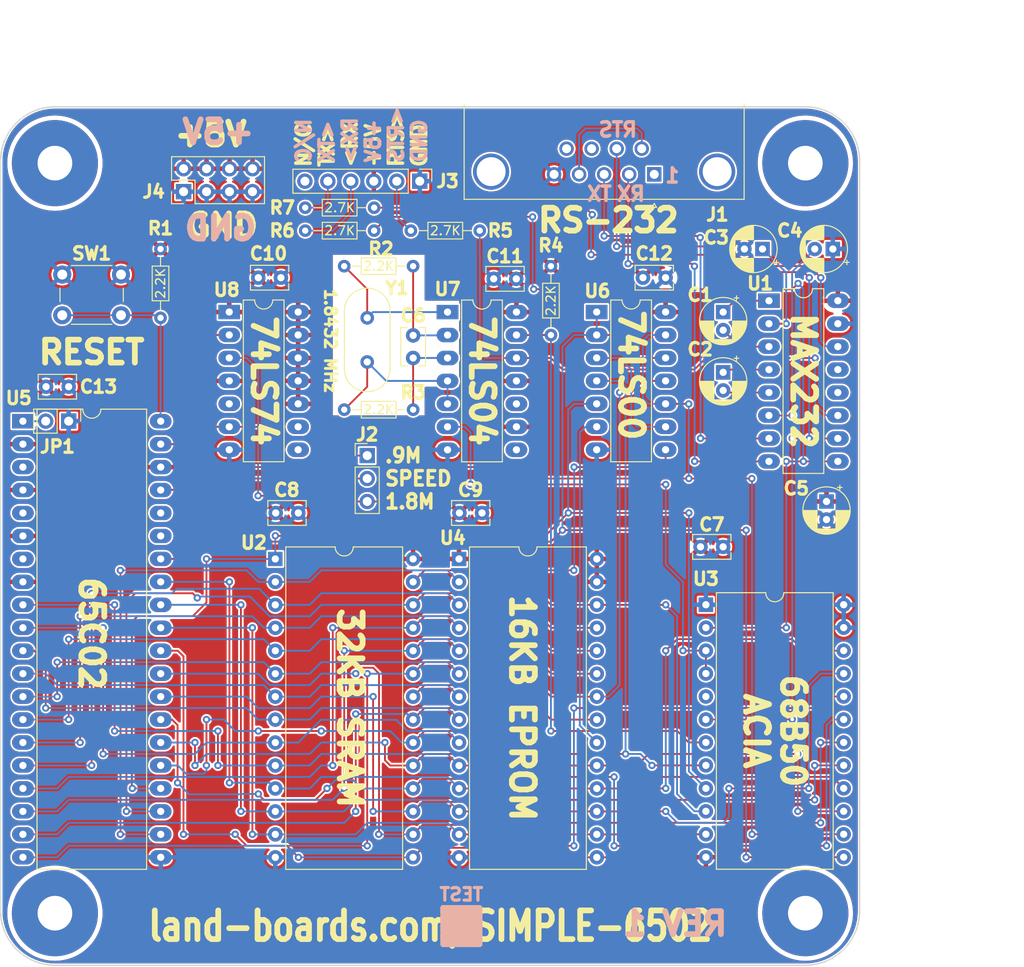
<source format=kicad_pcb>
(kicad_pcb (version 20211014) (generator pcbnew)
  (title_block (title "SIMPLE-6502") (date "2022-09-11") (rev "1") (company "land-boards.com"))
  (layers (0 "F.Cu" signal) (31 "B.Cu" signal) (34 "B.Paste" user) (35 "F.Paste" user) (36 "B.SilkS" user "B.Silkscreen") (37 "F.SilkS" user "F.Silkscreen") (38 "B.Mask" user) (39 "F.Mask" user) (44 "Edge.Cuts" user))
  (net 0 "")
  (net 1 "GND")
  (net 2 "/CPUA11")
  (net 3 "/CPUA12")
  (net 4 "/CPUA13")
  (net 5 "/CPUA14")
  (net 6 "/CPUA15")
  (net 7 "/CPUD4")
  (net 8 "/CPUD3")
  (net 9 "/CPUD5")
  (net 10 "/CPUD6")
  (net 11 "/CPUA0")
  (net 12 "/CPUA1")
  (net 13 "/CPUD2")
  (net 14 "/CPUA2")
  (net 15 "/CPUD7")
  (net 16 "/CPUA3")
  (net 17 "/CPUD0")
  (net 18 "/CPUA4")
  (net 19 "/CPUD1")
  (net 20 "/CPUA5")
  (net 21 "/CPUA6")
  (net 22 "/CPUA7")
  (net 23 "/CPUA8")
  (net 24 "/CPUA9")
  (net 25 "/CPUA10")
  (net 26 "/CPUCLK")
  (net 27 "VCC")
  (net 28 "/~{CPURESB}")
  (net 29 "Net-(C1-Pad1)")
  (net 30 "Net-(C1-Pad2)")
  (net 31 "Net-(C2-Pad1)")
  (net 32 "Net-(C2-Pad2)")
  (net 33 "Net-(C3-Pad1)")
  (net 34 "Net-(C6-Pad1)")
  (net 35 "Net-(C6-Pad2)")
  (net 36 "/BAUD_CLK")
  (net 37 "Net-(R2-Pad1)")
  (net 38 "Net-(R3-Pad2)")
  (net 39 "/BUFF_FULL*")
  (net 40 "/UART_RX")
  (net 41 "/UART_TX")
  (net 42 "/RTS*")
  (net 45 "/READ*")
  (net 46 "/WRITE*")
  (net 48 "/R1W0")
  (net 49 "/PH2_OUT")
  (net 50 "/TOP16K*")
  (net 62 "Net-(J1-Pad4)")
  (net 65 "Net-(U6-Pad3)")
  (net 67 "Net-(C4-Pad2)")
  (net 68 "/CLK_0.9216")
  (net 69 "Net-(JP1-Pad2)")
  (net 70 "Net-(J3-Pad2)")
  (net 71 "Net-(J3-Pad4)")
  (net 72 "Net-(J3-Pad5)")
  (net 73 "/RS_RX")
  (net 74 "/RS_TX")
  (net 75 "/RS_RTS*")
  (footprint "Connector_Dsub:DSUB-9_Male_Horizontal_P2.77x2.84mm_EdgePinOffset4.94mm_Housed_MountingHolesOffset7.48mm" (layer "F.Cu") (at 161.285 55.24 180)
    (fp_text reference "J1")
    (fp_text value "DB9_Male")
  )
  (footprint "Package_DIP:DIP-16_W7.62mm_LongPads" (layer "F.Cu") (at 173.975 69.225)
    (fp_text reference "U1")
    (fp_text value "MAX232")
  )
  (footprint "Capacitor_THT:C_Rect_L4.0mm_W2.5mm_P2.50mm" (layer "F.Cu") (at 121.92 92.71 180)
    (fp_text reference "C8")
    (fp_text value "0.1uF")
  )
  (footprint "Resistor_THT:R_Axial_DIN0204_L3.6mm_D1.6mm_P7.62mm_Horizontal" (layer "F.Cu") (at 134.62 81.28 180)
    (fp_text reference "R3")
    (fp_text value "2.2K")
  )
  (footprint "Resistor_THT:R_Axial_DIN0204_L3.6mm_D1.6mm_P7.62mm_Horizontal" (layer "F.Cu") (at 106.68 63.5 -90)
    (fp_text reference "R1")
    (fp_text value "2.2K")
  )
  (footprint "Capacitor_THT:C_Rect_L4.0mm_W2.5mm_P2.50mm" (layer "F.Cu") (at 96.52 78.74 180)
    (fp_text reference "C13")
    (fp_text value "0.1uF")
  )
  (footprint "LandBoards_MountHoles:MTG-6-32" (layer "F.Cu") (at 95 54)
    (fp_text reference "MTG1" hide)
    (fp_text value "MTG_HOLE" hide)
  )
  (footprint "Resistor_THT:R_Axial_DIN0204_L3.6mm_D1.6mm_P7.62mm_Horizontal" (layer "F.Cu") (at 149.86 65.4 -90)
    (fp_text reference "R4")
    (fp_text value "2.2K")
  )
  (footprint "Capacitor_THT:C_Rect_L4.0mm_W2.5mm_P2.50mm" (layer "F.Cu") (at 119.995 66.675 180)
    (fp_text reference "C10")
    (fp_text value "0.1uF")
  )
  (footprint "Resistor_THT:R_Axial_DIN0204_L3.6mm_D1.6mm_P7.62mm_Horizontal" (layer "F.Cu") (at 141.986 61.468 180)
    (fp_text reference "R5")
    (fp_text value "2.7K")
  )
  (footprint "Package_DIP:DIP-40_W15.24mm_LongPads" (layer "F.Cu") (at 91.46 82.555)
    (fp_text reference "U5")
    (fp_text value "W65C02_816S_DIP")
  )
  (footprint "Connector_PinHeader_2.54mm:PinHeader_2x04_P2.54mm_Vertical" (layer "F.Cu") (at 109.23 57.155 90)
    (fp_text reference "J4")
    (fp_text value "Conn_02x04_Odd_Even")
  )
  (footprint "Capacitor_THT:C_Rect_L4.0mm_W2.5mm_P2.50mm" (layer "F.Cu") (at 142.24 92.71 180)
    (fp_text reference "C9")
    (fp_text value "0.1uF")
  )
  (footprint "Package_DIP:DIP-28_W15.24mm" (layer "F.Cu") (at 119.375 97.8)
    (fp_text reference "U2")
    (fp_text value "KM62256CLP")
  )
  (footprint "Capacitor_THT:CP_Radial_D5.0mm_P2.00mm" (layer "F.Cu") (at 168.91 70.48 -90)
    (fp_text reference "C1")
    (fp_text value "1uF")
  )
  (footprint "LandBoards_Marking:TEST_BLK-REAR" (layer "F.Cu") (at 139.954 138.43)
    (fp_text reference "TEST")
    (fp_text value "COUPON" hide)
  )
  (footprint "Capacitor_THT:C_Rect_L4.0mm_W2.5mm_P2.50mm" (layer "F.Cu") (at 134.62 75.56 90)
    (fp_text reference "C6")
    (fp_text value "270pF")
  )
  (footprint "Package_DIP:DIP-24_W15.24mm" (layer "F.Cu") (at 167 102.865)
    (fp_text reference "U3")
    (fp_text value "MC68B50")
  )
  (footprint "Capacitor_THT:CP_Radial_D5.0mm_P2.00mm" (layer "F.Cu") (at 168.91 77.149888 -90)
    (fp_text reference "C2")
    (fp_text value "1uF")
  )
  (footprint "Capacitor_THT:C_Rect_L4.0mm_W2.5mm_P2.50mm" (layer "F.Cu") (at 162.54 66.675 180)
    (fp_text reference "C12")
    (fp_text value "0.1uF")
  )
  (footprint "LandBoards_MountHoles:MTG-6-32" (layer "F.Cu") (at 95 137)
    (fp_text reference "MTG3" hide)
    (fp_text value "MTG_HOLE" hide)
  )
  (footprint "Connector_PinHeader_2.54mm:PinHeader_1x06_P2.54mm_Vertical" (layer "F.Cu") (at 135.35 56 -90)
    (fp_text reference "J3")
    (fp_text value "FTDI-CABLE")
  )
  (footprint "Connector_PinHeader_2.54mm:PinHeader_1x02_P2.54mm_Vertical" (layer "F.Cu") (at 96.52 82.55 -90)
    (fp_text reference "JP1")
    (fp_text value "Jumper_2_Open")
  )
  (footprint "Package_DIP:DIP-28_W15.24mm" (layer "F.Cu") (at 139.695 97.8)
    (fp_text reference "U4")
    (fp_text value "27C128")
  )
  (footprint "Button_Switch_THT:SW_PUSH_6mm_H8.5mm" (layer "F.Cu") (at 95.81 66.33)
    (fp_text reference "SW1")
    (fp_text value "SW_Push")
  )
  (footprint "Package_DIP:DIP-14_W7.62mm_LongPads" (layer "F.Cu") (at 154.92 70.475)
    (fp_text reference "U6")
    (fp_text value "74LS00")
  )
  (footprint "LandBoards_MountHoles:MTG-6-32" (layer "F.Cu") (at 178 54)
    (fp_text reference "MTG4" hide)
    (fp_text value "MTG_HOLE" hide)
  )
  (footprint "Connector_PinHeader_2.54mm:PinHeader_1x03_P2.54mm_Vertical" (layer "F.Cu") (at 129.54 86.36)
    (fp_text reference "J2")
    (fp_text value "Conn_01x03")
  )
  (footprint "Capacitor_THT:C_Rect_L4.0mm_W2.5mm_P2.50mm" (layer "F.Cu") (at 143.53 66.802)
    (fp_text reference "C11")
    (fp_text value "0.1uF")
  )
  (footprint "Resistor_THT:R_Axial_DIN0204_L3.6mm_D1.6mm_P7.62mm_Horizontal" (layer "F.Cu") (at 130.302 58.928 180)
    (fp_text reference "R7")
    (fp_text value "2.7K")
  )
  (footprint "LandBoards_MountHoles:MTG-6-32" (layer "F.Cu") (at 178 137)
    (fp_text reference "MTG2" hide)
    (fp_text value "MTG_HOLE" hide)
  )
  (footprint "Capacitor_THT:CP_Radial_D5.0mm_P2.00mm" (layer "F.Cu") (at 180.34 91.44 -90)
    (fp_text reference "C5")
    (fp_text value "1uF")
  )
  (footprint "Capacitor_THT:CP_Radial_D5.0mm_P2.00mm" (layer "F.Cu") (at 181.041113 63.5 180)
    (fp_text reference "C4")
    (fp_text value "1uF")
  )
  (footprint "Resistor_THT:R_Axial_DIN0204_L3.6mm_D1.6mm_P7.62mm_Horizontal" (layer "F.Cu") (at 126.995 65.4)
    (fp_text reference "R2")
    (fp_text value "2.2K")
  )
  (footprint "Package_DIP:DIP-14_W7.62mm_LongPads" (layer "F.Cu") (at 138.425 70.48)
    (fp_text reference "U7")
    (fp_text value "74LS04")
  )
  (footprint "Resistor_THT:R_Axial_DIN0204_L3.6mm_D1.6mm_P7.62mm_Horizontal" (layer "F.Cu") (at 130.302 61.468 180)
    (fp_text reference "R6")
    (fp_text value "2.7K")
  )
  (footprint "Crystal:Crystal_HC49-4H_Vertical" (layer "F.Cu") (at 129.54 71.12 -90)
    (fp_text reference "Y1")
    (fp_text value "1.8432 MHz")
  )
  (footprint "Capacitor_THT:C_Rect_L4.0mm_W2.5mm_P2.50mm" (layer "F.Cu") (at 168.905 96.46 180)
    (fp_text reference "C7")
    (fp_text value "0.1uF")
  )
  (footprint "Package_DIP:DIP-14_W7.62mm_LongPads" (layer "F.Cu") (at 114.28 70.475)
    (fp_text reference "U8")
    (fp_text value "74LS74")
  )
  (footprint "Capacitor_THT:CP_Radial_D5.0mm_P2.00mm" (layer "F.Cu") (at 173.26 63.5 180)
    (fp_text reference "C3")
    (fp_text value "1uF")
  )
  (gr_line (start 89 53.77) (end 89 136.757359) (layer "Edge.Cuts") (width 0.15))
  (gr_arc (start 178 47.77) (mid 182.242641 49.527359) (end 184 53.77) (layer "Edge.Cuts") (width 0.15))
  (gr_arc (start 89 53.77) (mid 90.757359 49.527359) (end 95 47.77) (layer "Edge.Cuts") (width 0.15))
  (gr_line (start 184 136.757359) (end 184 53.77) (layer "Edge.Cuts") (width 0.15))
  (gr_arc (start 95 142.757359) (mid 90.757359 141) (end 89 136.757359) (layer "Edge.Cuts") (width 0.15))
  (gr_arc (start 184 136.757359) (mid 182.242641 141) (end 178 142.757359) (layer "Edge.Cuts") (width 0.15))
  (gr_line (start 178 47.77) (end 95 47.77) (layer "Edge.Cuts") (width 0.15))
  (gr_line (start 95 142.757359) (end 178 142.757359) (layer "Edge.Cuts") (width 0.15))
  (gr_text "RTS" (at 154.94 50.292) (layer "B.SilkS") (effects (font (size 1.5875 1.524) (thickness 0.381)) (justify right mirror)))
  (gr_text "+5V" (at 117.348 50.546) (layer "B.SilkS") (effects (font (size 2.54 2.54) (thickness 0.635)) (justify left mirror)))
  (gr_text "TX" (at 153.67 57.404) (layer "B.SilkS") (effects (font (size 1.5875 1.524) (thickness 0.381)) (justify right mirror)))
  (gr_text "N/C\n<TX\nRX>\n+5V\n<RTS\nGND" (at 128.905 54.102 90) (layer "B.SilkS") (effects (font (size 1.5875 1.524) (thickness 0.381)) (justify right mirror)))
  (gr_text "REV 1" (at 157.48 138.176) (layer "B.SilkS") (effects (font (size 2.54 2.54) (thickness 0.635)) (justify right mirror)))
  (gr_text "RX" (at 156.972 57.404) (layer "B.SilkS") (effects (font (size 1.5875 1.524) (thickness 0.381)) (justify right mirror)))
  (gr_text "GND" (at 117.602 61.214) (layer "B.SilkS") (effects (font (size 2.54 2.54) (thickness 0.635)) (justify left mirror)))
  (gr_text "1" (at 162.306 55.372) (layer "B.SilkS") (effects (font (size 1.5875 1.524) (thickness 0.381)) (justify right mirror)))
  (gr_text "74LS04" (at 142.24 78.105 270) (layer "F.SilkS") (effects (font (size 2.54 2.54) (thickness 0.635))))
  (gr_text "land-boards.com/SIMPLE-6502" (at 136.525 138.43) (layer "F.SilkS") (effects (font (size 3.175 2.54) (thickness 0.635))))
  (gr_text "74LS74" (at 118.11 78.105 270) (layer "F.SilkS") (effects (font (size 2.54 2.54) (thickness 0.635))))
  (gr_text "32KB SRAM" (at 127.635 114.3 270) (layer "F.SilkS") (effects (font (size 2.54 2.54) (thickness 0.635))))
  (gr_text ".9M\nSPEED\n1.8M\n" (at 131.318 88.9) (layer "F.SilkS") (effects (font (size 1.5875 1.524) (thickness 0.381)) (justify left)))
  (gr_text "1.8432 MHz" (at 125.476 73.66 270) (layer "F.SilkS") (effects (font (size 1.27 1.27) (thickness 0.3175))))
  (gr_text "RS-232" (at 156.21 60.325) (layer "F.SilkS") (effects (font (size 2.54 2.54) (thickness 0.635))))
  (gr_text "GND" (at 109.22 60.96) (layer "F.SilkS") (effects (font (size 2.54 2.54) (thickness 0.635)) (justify left)))
  (gr_text "16KB EPROM" (at 146.685 114.3 270) (layer "F.SilkS") (effects (font (size 2.54 2.54) (thickness 0.635))))
  (gr_text "MAX232" (at 177.8 78.105 270) (layer "F.SilkS") (effects (font (size 2.54 2.54) (thickness 0.635))))
  (gr_text "+5V" (at 107.95 50.8) (layer "F.SilkS") (effects (font (size 2.54 2.54) (thickness 0.635)) (justify left)))
  (gr_text "68B50\nACIA" (at 174.625 116.84 270) (layer "F.SilkS") (effects (font (size 2.54 2.54) (thickness 0.635))))
  (gr_text "65C02" (at 99.06 106.045 270) (layer "F.SilkS") (effects (font (size 2.54 2.54) (thickness 0.635))))
  (gr_text "N/C\nTX>\n<RX\n+5V\nRTS>\nGND" (at 128.905 54.61 90) (layer "F.SilkS") (effects (font (size 1.5875 1.524) (thickness 0.381)) (justify left)))
  (gr_text "74LS00" (at 158.75 77.47 270) (layer "F.SilkS") (effects (font (size 2.54 2.54) (thickness 0.635))))
  (gr_text "RESET" (at 99.06 74.93) (layer "F.SilkS") (effects (font (size 2.54 2.54) (thickness 0.635))))
  (segment (start 134.615 110.5) (end 135.895 109.22) (width 0.2032) (layer "F.Cu") (net 2))
  (segment (start 154.935 110.5) (end 149.87 110.5) (width 0.2032) (layer "F.Cu") (net 2))
  (segment (start 129.54 129.54) (end 129.54 110.49) (width 0.2032) (layer "F.Cu") (net 2))
  (segment (start 135.895 109.22) (end 148.59 109.22) (width 0.2032) (layer "F.Cu") (net 2))
  (segment (start 149.87 110.5) (end 148.59 109.22) (width 0.2032) (layer "F.Cu") (net 2))
  (via (at 129.54 129.54) (size 0.8) (drill 0.4) (layers "F.Cu" "B.Cu") (net 2))
  (via (at 129.54 110.49) (size 0.8) (drill 0.4) (layers "F.Cu" "B.Cu") (net 2))
  (segment (start 95.245 130.815) (end 96.52 129.54) (width 0.2032) (layer "B.Cu") (net 2))
  (segment (start 96.52 129.54) (end 129.54 129.54) (width 0.2032) (layer "B.Cu") (net 2))
  (segment (start 129.54 110.49) (end 129.55 110.5) (width 0.2032) (layer "B.Cu") (net 2))
  (segment (start 91.46 130.815) (end 95.245 130.815) (width 0.2032) (layer "B.Cu") (net 2))
  (segment (start 129.55 110.5) (end 134.615 110.5) (width 0.2032) (layer "B.Cu") (net 2))
  (segment (start 102.235 128.27) (end 102.253511 128.251489) (width 0.2032) (layer "F.Cu") (net 3))
  (segment (start 102.253511 99.078511) (end 102.235 99.06) (width 0.2032) (layer "F.Cu") (net 3))
  (segment (start 102.253511 128.251489) (end 102.253511 99.078511) (width 0.2032) (layer "F.Cu") (net 3))
  (via (at 102.235 128.27) (size 0.8) (drill 0.4) (layers "F.Cu" "B.Cu") (net 3))
  (via (at 102.235 99.06) (size 0.8) (drill 0.4) (layers "F.Cu" "B.Cu") (net 3))
  (segment (start 102.24 128.275) (end 102.235 128.27) (width 0.2032) (layer "B.Cu") (net 3))
  (segment (start 123.18 100.34) (end 124.46 99.06) (width 0.2032) (layer "B.Cu") (net 3))
  (segment (start 106.7 128.275) (end 102.24 128.275) (width 0.2032) (layer "B.Cu") (net 3))
  (segment (start 116.205 99.06) (end 117.485 100.34) (width 0.2032) (layer "B.Cu") (net 3))
  (segment (start 102.235 99.06) (end 116.205 99.06) (width 0.2032) (layer "B.Cu") (net 3))
  (segment (start 117.485 100.34) (end 119.375 100.34) (width 0.2032) (layer "B.Cu") (net 3))
  (segment (start 124.46 99.06) (end 138.415 99.06) (width 0.2032) (layer "B.Cu") (net 3))
  (segment (start 119.375 100.34) (end 123.18 100.34) (width 0.2032) (layer "B.Cu") (net 3))
  (segment (start 138.415 99.06) (end 139.695 100.34) (width 0.2032) (layer "B.Cu") (net 3))
  (segment (start 149.87 102.88) (end 162.55 102.88) (width 0.2032) (layer "F.Cu") (net 4))
  (segment (start 103.886 101.6) (end 110.236 101.6) (width 0.2032) (layer "F.Cu") (net 4))
  (segment (start 162.55 102.88) (end 162.56 102.87) (width 0.2032) (layer "F.Cu") (net 4))
  (segment (start 149.87 102.88) (end 148.59 101.6) (width 0.2032) (layer "F.Cu") (net 4))
  (segment (start 134.615 102.88) (end 135.895 101.6) (width 0.2032) (layer "F.Cu") (net 4))
  (segment (start 110.236 101.6) (end 110.744 102.108) (width 0.2032) (layer "F.Cu") (net 4))
  (segment (start 102.907011 125.73) (end 102.907011 102.578989) (width 0.2032) (layer "F.Cu") (net 4))
  (segment (start 102.907011 102.578989) (end 103.886 101.6) (width 0.2032) (layer "F.Cu") (net 4))
  (segment (start 135.895 101.6) (end 148.59 101.6) (width 0.2032) (layer "F.Cu") (net 4))
  (via (at 162.56 102.87) (size 0.8) (drill 0.4) (layers "F.Cu" "B.Cu") (net 4))
  (via (at 102.907011 125.73) (size 0.8) (drill 0.4) (layers "F.Cu" "B.Cu") (net 4))
  (via (at 110.744 102.108) (size 0.8) (drill 0.4) (layers "F.Cu" "B.Cu") (net 4))
  (segment (start 118.745 104.14) (end 116.56012 101.95512) (width 0.2032) (layer "B.Cu") (net 4))
  (segment (start 167 125.725) (end 165.73 125.725) (width 0.2032) (layer "B.Cu") (net 4))
  (segment (start 102.912011 125.735) (end 102.907011 125.73) (width 0.2032) (layer "B.Cu") (net 4))
  (segment (start 162.56 102.87) (end 163.811489 104.121489) (width 0.2032) (layer "B.Cu") (net 4))
  (segment (start 106.7 125.735) (end 102.912011 125.735) (width 0.2032) (layer "B.Cu") (net 4))
  (segment (start 134.615 102.88) (end 124.45 102.88) (width 0.2032) (layer "B.Cu") (net 4))
  (segment (start 123.19 104.14) (end 118.745 104.14) (width 0.2032) (layer "B.Cu") (net 4))
  (segment (start 124.45 102.88) (end 123.19 104.14) (width 0.2032) (layer "B.Cu") (net 4))
  (segment (start 116.56012 101.95512) (end 110.76988 101.95512) (width 0.2032) (layer "B.Cu") (net 4))
  (segment (start 163.811489 104.121489) (end 163.811489 123.806489) (width 0.2032) (layer "B.Cu") (net 4))
  (segment (start 165.73 125.725) (end 163.811489 123.806489) (width 0.2032) (layer "B.Cu") (net 4))
  (segment (start 111.76 102.616) (end 111.76 97.79) (width 0.2032) (layer "F.Cu") (net 5))
  (segment (start 165.1185 92.71) (end 151.7835 92.71) (width 0.2032) (layer "F.Cu") (net 5))
  (segment (start 149.225 95.25) (end 151.765 92.71) (width 0.2032) (layer "F.Cu") (net 5))
  (segment (start 110.236 104.14) (end 111.76 102.616) (width 0.2032) (layer "F.Cu") (net 5))
  (segment (start 151.765 92.71) (end 151.7835 92.71) (width 0.2032) (layer "F.Cu") (net 5))
  (segment (start 119.38 95.2315) (end 119.3985 95.25) (width 0.2032) (layer "F.Cu") (net 5))
  (segment (start 103.505 104.775) (end 104.14 104.14) (width 0.2032) (layer "F.Cu") (net 5))
  (segment (start 104.14 104.14) (end 110.236 104.14) (width 0.2032) (layer "F.Cu") (net 5))
  (segment (start 119.3985 95.25) (end 149.225 95.25) (width 0.2032) (layer "F.Cu") (net 5))
  (segment (start 103.560511 123.19) (end 103.505 123.134489) (width 0.2032) (layer "F.Cu") (net 5))
  (segment (start 103.505 123.134489) (end 103.505 104.775) (width 0.2032) (layer "F.Cu") (net 5))
  (via (at 151.7835 92.71) (size 0.8) (drill 0.4) (layers "F.Cu" "B.Cu") (net 5))
  (via (at 103.560511 123.19) (size 0.8) (drill 0.4) (layers "F.Cu" "B.Cu") (net 5))
  (via (at 119.38 95.2315) (size 0.8) (drill 0.4) (layers "F.Cu" "B.Cu") (net 5))
  (via (at 165.1185 92.71) (size 0.8) (drill 0.4) (layers "F.Cu" "B.Cu") (net 5))
  (via (at 111.76 97.79) (size 0.8) (drill 0.4) (layers "F.Cu" "B.Cu") (net 5))
  (segment (start 119.375 97.8) (end 119.375 95.255) (width 0.2032) (layer "B.Cu") (net 5))
  (segment (start 111.77 97.8) (end 119.375 97.8) (width 0.2032) (layer "B.Cu") (net 5))
  (segment (start 151.7835 92.71) (end 151.765 92.6915) (width 0.2032) (layer "B.Cu") (net 5))
  (segment (start 119.38 95.25) (end 119.38 95.2315) (width 0.2032) (layer "B.Cu") (net 5))
  (segment (start 165.1185 92.71) (end 165.1185 92.7285) (width 0.2032) (layer "B.Cu") (net 5))
  (segment (start 165.118511 121.303511) (end 167 123.185) (width 0.2032) (layer "B.Cu") (net 5))
  (segment (start 119.375 95.255) (end 119.38 95.25) (width 0.2032) (layer "B.Cu") (net 5))
  (segment (start 111.76 97.79) (end 111.77 97.8) (width 0.2032) (layer "B.Cu") (net 5))
  (segment (start 103.560511 123.19) (end 103.565511 123.195) (width 0.2032) (layer "B.Cu") (net 5))
  (segment (start 103.565511 123.195) (end 106.7 123.195) (width 0.2032) (layer "B.Cu") (net 5))
  (segment (start 151.765 92.6915) (end 151.765 81.28) (width 0.2032) (layer "B.Cu") (net 5))
  (segment (start 151.765 81.28) (end 152.41 80.635) (width 0.2032) (layer "B.Cu") (net 5))
  (segment (start 165.1185 92.7285) (end 165.118511 92.728511) (width 0.2032) (layer "B.Cu") (net 5))
  (segment (start 165.118511 92.728511) (end 165.118511 121.303511) (width 0.2032) (layer "B.Cu") (net 5))
  (segment (start 152.41 80.635) (end 154.92 80.635) (width 0.2032) (layer "B.Cu") (net 5))
  (segment (start 111.76 115.57) (end 111.76 120.65) (width 0.2032) (layer "F.Cu") (net 6))
  (segment (start 117.475 116.84) (end 124.46 116.84) (width 0.2032) (layer "F.Cu") (net 6))
  (segment (start 147.32 116.84) (end 135.895 116.84) (width 0.2032) (layer "F.Cu") (net 6))
  (segment (start 135.895 116.84) (end 134.615 118.12) (width 0.2032) (layer "F.Cu") (net 6))
  (segment (start 158.115 119.38) (end 149.86 119.38) (width 0.2032) (layer "F.Cu") (net 6))
  (segment (start 149.86 119.38) (end 147.32 116.84) (width 0.2032) (layer "F.Cu") (net 6))
  (segment (start 161.041 120.645) (end 161.036 120.65) (width 0.2032) (layer "F.Cu") (net 6))
  (segment (start 167 120.645) (end 161.041 120.645) (width 0.2032) (layer "F.Cu") (net 6))
  (via (at 161.036 120.65) (size 0.8) (drill 0.4) (layers "F.Cu" "B.Cu") (net 6))
  (via (at 158.115 119.38) (size 0.8) (drill 0.4) (layers "F.Cu" "B.Cu") (net 6))
  (via (at 111.76 115.57) (size 0.8) (drill 0.4) (layers "F.Cu" "B.Cu") (net 6))
  (via (at 111.76 120.65) (size 0.8) (drill 0.4) (layers "F.Cu" "B.Cu") (net 6))
  (via (at 117.4935 116.84) (size 0.8) (drill 0.4) (layers "F.Cu" "B.Cu") (net 6))
  (via (at 124.46 116.84) (size 0.8) (drill 0.4) (layers "F.Cu" "B.Cu") (net 6))
  (segment (start 133.36 118.12) (end 132.08 116.84) (width 0.2032) (layer "B.Cu") (net 6))
  (segment (start 109.49988 121.56488) (end 111.48012 121.56488) (width 0.2032) (layer "B.Cu") (net 6))
  (segment (start 158.115 78.74) (end 158.115 119.38) (width 0.2032) (layer "B.Cu") (net 6))
  (segment (start 113.665 115.57) (end 111.76 115.57) (width 0.2032) (layer "B.Cu") (net 6))
  (segment (start 111.76 121.285) (end 111.76 120.65) (width 0.2032) (layer "B.Cu") (net 6))
  (segment (start 114.935 116.84) (end 113.665 115.57) (width 0.2032) (layer "B.Cu") (net 6))
  (segment (start 158.115 78.74) (end 157.47 78.095) (width 0.2032) (layer "B.Cu") (net 6))
  (segment (start 111.48012 121.56488) (end 111.76 121.285) (width 0.2032) (layer "B.Cu") (net 6))
  (segment (start 117.4935 116.84) (end 114.935 116.84) (width 0.2032) (layer "B.Cu") (net 6))
  (segment (start 157.47 78.095) (end 154.92 78.095) (width 0.2032) (layer "B.Cu") (net 6))
  (segment (start 159.766 119.38) (end 158.115 119.38) (width 0.2032) (layer "B.Cu") (net 6))
  (segment (start 108.59 120.655) (end 109.49988 121.56488) (width 0.2032) (layer "B.Cu") (net 6))
  (segment (start 161.036 120.65) (end 159.766 119.38) (width 0.2032) (layer "B.Cu") (net 6))
  (segment (start 134.615 118.12) (end 133.36 118.12) (width 0.2032) (layer "B.Cu") (net 6))
  (segment (start 132.08 116.84) (end 124.46 116.84) (width 0.2032) (layer "B.Cu") (net 6))
  (segment (start 106.7 120.655) (end 108.59 120.655) (width 0.2032) (layer "B.Cu") (net 6))
  (segment (start 149.87 128.28) (end 148.816489 127.226489) (width 0.2032) (layer "F.Cu") (net 7))
  (segment (start 130.81 128.27) (end 130.847011 128.232989) (width 0.2032) (layer "F.Cu") (net 7))
  (segment (start 148.816489 127.226489) (end 135.668511 127.226489) (width 0.2032) (layer "F.Cu") (net 7))
  (segment (start 157.47 128.28) (end 154.935 128.28) (width 0.2032) (layer "F.Cu") (net 7))
  (segment (start 179.6865 118.11) (end 179.6915 118.105) (width 0.2032) (layer "F.Cu") (net 7))
  (segment (start 128.923511 109.836489) (end 128.27 110.49) (width 0.2032) (layer "F.Cu") (net 7))
  (segment (start 130.193511 109.836489) (end 128.923511 109.836489) (width 0.2032) (layer "F.Cu") (net 7))
  (segment (start 154.935 128.28) (end 149.87 128.28) (width 0.2032) (layer "F.Cu") (net 7))
  (segment (start 158.75 127) (end 157.47 128.28) (width 0.2032) (layer "F.Cu") (net 7))
  (segment (start 130.847011 110.489989) (end 130.193511 109.836489) (width 0.2032) (layer "F.Cu") (net 7))
  (segment (start 135.668511 127.226489) (end 134.615 128.28) (width 0.2032) (layer "F.Cu") (net 7))
  (segment (start 130.847011 128.232989) (end 130.847011 110.489989) (width 0.2032) (layer "F.Cu") (net 7))
  (segment (start 179.6915 118.105) (end 182.24 118.105) (width 0.2032) (layer "F.Cu") (net 7))
  (segment (start 179.6865 127) (end 158.75 127) (width 0.2032) (layer "F.Cu") (net 7))
  (via (at 179.6865 118.11) (size 0.8) (drill 0.4) (layers "F.Cu" "B.Cu") (net 7))
  (via (at 179.6865 127) (size 0.8) (drill 0.4) (layers "F.Cu" "B.Cu") (net 7))
  (via (at 128.27 110.49) (size 0.8) (drill 0.4) (layers "F.Cu" "B.Cu") (net 7))
  (via (at 130.81 128.27) (size 0.8) (drill 0.4) (layers "F.Cu" "B.Cu") (net 7))
  (segment (start 124.46 110.49) (end 123.19 111.76) (width 0.2032) (layer "B.Cu") (net 7))
  (segment (start 117.48 110.495) (end 106.7 110.495) (width 0.2032) (layer "B.Cu") (net 7))
  (segment (start 134.615 128.28) (end 130.82 128.28) (width 0.2032) (layer "B.Cu") (net 7))
  (segment (start 118.745 111.76) (end 117.48 110.495) (width 0.2032) (layer "B.Cu") (net 7))
  (segment (start 128.27 110.49) (end 124.46 110.49) (width 0.2032) (layer "B.Cu") (net 7))
  (segment (start 123.19 111.76) (end 118.745 111.76) (width 0.2032) (layer "B.Cu") (net 7))
  (segment (start 179.6865 127) (end 179.6865 118.11) (width 0.2032) (layer "B.Cu") (net 7))
  (segment (start 130.82 128.28) (end 130.81 128.27) (width 0.2032) (layer "B.Cu") (net 7))
  (segment (start 109.22 108.585) (end 108.59 107.955) (width 0.2032) (layer "F.Cu") (net 8))
  (segment (start 109.22 128.27) (end 109.22 108.585) (width 0.2032) (layer "F.Cu") (net 8))
  (segment (start 149.87 130.82) (end 148.816489 129.766489) (width 0.2032) (layer "F.Cu") (net 8))
  (segment (start 120.65 129.54) (end 116.205 129.54) (width 0.2032) (layer "F.Cu") (net 8))
  (segment (start 157.47 130.82) (end 158.75 129.54) (width 0.2032) (layer "F.Cu") (net 8))
  (segment (start 154.935 130.82) (end 157.47 130.82) (width 0.2032) (layer "F.Cu") (net 8))
  (segment (start 116.205 129.54) (end 114.935 128.27) (width 0.2032) (layer "F.Cu") (net 8))
  (segment (start 180.34 129.54) (end 158.75 129.54) (width 0.2032) (layer "F.Cu") (net 8))
  (segment (start 121.93 130.82) (end 120.65 129.54) (width 0.2032) (layer "F.Cu") (net 8))
  (segment (start 148.816489 129.766489) (end 135.668511 129.766489) (width 0.2032) (layer "F.Cu") (net 8))
  (segment (start 108.59 107.955) (end 106.7 107.955) (width 0.2032) (layer "F.Cu") (net 8))
  (segment (start 154.935 130.82) (end 149.87 130.82) (width 0.2032) (layer "F.Cu") (net 8))
  (segment (start 135.668511 129.766489) (end 134.615 130.82) (width 0.2032) (layer "F.Cu") (net 8))
  (via (at 109.22 128.27) (size 0.8) (drill 0.4) (layers "F.Cu" "B.Cu") (net 8))
  (via (at 114.935 128.27) (size 0.8) (drill 0.4) (layers "F.Cu" "B.Cu") (net 8))
  (via (at 121.93 130.82) (size 0.8) (drill 0.4) (layers "F.Cu" "B.Cu") (net 8))
  (via (at 180.34 129.54) (size 0.8) (drill 0.4) (layers "F.Cu" "B.Cu") (net 8))
  (segment (start 134.615 130.82) (end 121.93 130.82) (width 0.2032) (layer "B.Cu") (net 8))
  (segment (start 180.34 129.54) (end 180.34 116.205) (width 0.2032) (layer "B.Cu") (net 8))
  (segment (start 180.34 116.205) (end 180.98 115.565) (width 0.2032) (layer "B.Cu") (net 8))
  (segment (start 114.935 128.27) (end 109.22 128.27) (width 0.2032) (layer "B.Cu") (net 8))
  (segment (start 180.98 115.565) (end 182.24 115.565) (width 0.2032) (layer "B.Cu") (net 8))
  (segment (start 179.033 120.65) (end 179.038 120.645) (width 0.2032) (layer "F.Cu") (net 9))
  (segment (start 130.1935 113.03) (end 130.1935 125.73) (width 0.2032) (layer "F.Cu") (net 9))
  (segment (start 179.033 124.46) (end 158.75 124.46) (width 0.2032) (layer "F.Cu") (net 9))
  (segment (start 157.47 125.74) (end 154.935 125.74) (width 0.2032) (layer "F.Cu") (net 9))
  (segment (start 154.935 125.74) (end 149.87 125.74) (width 0.2032) (layer "F.Cu") (net 9))
  (segment (start 179.038 120.645) (end 182.24 120.645) (width 0.2032) (layer "F.Cu") (net 9))
  (segment (start 148.816489 124.686489) (end 135.668511 124.686489) (width 0.2032) (layer "F.Cu") (net 9))
  (segment (start 135.668511 124.686489) (end 134.615 125.74) (width 0.2032) (layer "F.Cu") (net 9))
  (segment (start 149.87 125.74) (end 148.816489 124.686489) (width 0.2032) (layer "F.Cu") (net 9))
  (segment (start 158.75 124.46) (end 157.47 125.74) (width 0.2032) (layer "F.Cu") (net 9))
  (via (at 179.033 120.65) (size 0.8) (drill 0.4) (layers "F.Cu" "B.Cu") (net 9))
  (via (at 179.033 124.46) (size 0.8) (drill 0.4) (layers "F.Cu" "B.Cu") (net 9))
  (via (at 130.1935 125.73) (size 0.8) (drill 0.4) (layers "F.Cu" "B.Cu") (net 9))
  (via (at 130.1935 113.03) (size 0.8) (drill 0.4) (layers "F.Cu" "B.Cu") (net 9))
  (segment (start 130.2035 125.74) (end 134.615 125.74) (width 0.2032) (layer "B.Cu") (net 9))
  (segment (start 116.21 113.035) (end 117.475 114.3) (width 0.2032) (layer "B.Cu") (net 9))
  (segment (start 124.46 113.03) (end 130.1935 113.03) (width 0.2032) (layer "B.Cu") (net 9))
  (segment (start 179.033 124.46) (end 179.033 120.65) (width 0.2032) (layer "B.Cu") (net 9))
  (segment (start 123.19 114.3) (end 124.46 113.03) (width 0.2032) (layer "B.Cu") (net 9))
  (segment (start 106.7 113.035) (end 116.21 113.035) (width 0.2032) (layer "B.Cu") (net 9))
  (segment (start 130.1935 125.73) (end 130.2035 125.74) (width 0.2032) (layer "B.Cu") (net 9))
  (segment (start 117.475 114.3) (end 123.19 114.3) (width 0.2032) (layer "B.Cu") (net 9))
  (segment (start 182.24 123.185) (end 180.975 121.92) (width 0.2032) (layer "F.Cu") (net 10))
  (segment (start 148.816489 122.146489) (end 135.668511 122.146489) (width 0.2032) (layer "F.Cu") (net 10))
  (segment (start 117.4935 123.8435) (end 117.4935 123.8065) (width 0.2032) (layer "F.Cu") (net 10))
  (segment (start 154.935 123.2) (end 149.87 123.2) (width 0.2032) (layer "F.Cu") (net 10))
  (segment (start 149.87 123.2) (end 148.816489 122.146489) (width 0.2032) (layer "F.Cu") (net 10))
  (segment (start 135.668511 122.146489) (end 134.615 123.2) (width 0.2032) (layer "F.Cu") (net 10))
  (segment (start 123.825 124.46) (end 118.11 124.46) (width 0.2032) (layer "F.Cu") (net 10))
  (segment (start 158.77 121.92) (end 157.49 123.2) (width 0.2032) (layer "F.Cu") (net 10))
  (segment (start 157.49 123.2) (end 154.935 123.2) (width 0.2032) (layer "F.Cu") (net 10))
  (segment (start 108.5665 122.5735) (end 108.5665 116.1865) (width 0.2032) (layer "F.Cu") (net 10))
  (segment (start 107.955 115.575) (end 106.7 115.575) (width 0.2032) (layer "F.Cu") (net 10))
  (segment (start 125.095 123.19) (end 123.825 124.46) (width 0.2032) (layer "F.Cu") (net 10))
  (segment (start 108.5665 116.1865) (end 107.955 115.575) (width 0.2032) (layer "F.Cu") (net 10))
  (segment (start 118.11 124.46) (end 117.4935 123.8435) (width 0.2032) (layer "F.Cu") (net 10))
  (segment (start 180.975 121.92) (end 158.77 121.92) (width 0.2032) (layer "F.Cu") (net 10))
  (via (at 125.095 123.19) (size 0.8) (drill 0.4) (layers "F.Cu" "B.Cu") (net 10))
  (via (at 117.4935 123.8065) (size 0.8) (drill 0.4) (layers "F.Cu" "B.Cu") (net 10))
  (via (at 108.5665 122.5735) (size 0.8) (drill 0.4) (layers "F.Cu" "B.Cu") (net 10))
  (segment (start 126.00988 122.27512) (end 125.095 123.19) (width 0.2032) (layer "B.Cu") (net 10))
  (segment (start 115.514489 123.843511) (end 109.836511 123.843511) (width 0.2032) (layer "B.Cu") (net 10))
  (segment (start 109.836511 123.843511) (end 108.5665 122.5735) (width 0.2032) (layer "B.Cu") (net 10))
  (segment (start 115.5515 123.8065) (end 115.514489 123.843511) (width 0.2032) (layer "B.Cu") (net 10))
  (segment (start 128.915 123.2) (end 134.615 123.2) (width 0.2032) (layer "B.Cu") (net 10))
  (segment (start 127.99012 122.27512) (end 126.00988 122.27512) (width 0.2032) (layer "B.Cu") (net 10))
  (segment (start 128.915 123.2) (end 127.99012 122.27512) (width 0.2032) (layer "B.Cu") (net 10))
  (segment (start 117.4935 123.8065) (end 115.5515 123.8065) (width 0.2032) (layer "B.Cu") (net 10))
  (segment (start 158.755 128.265) (end 157.48 129.54) (width 0.2032) (layer "F.Cu") (net 11))
  (segment (start 113.03 116.84) (end 113.03 120.65) (width 0.2032) (layer "F.Cu") (net 11))
  (segment (start 101.6 102.87) (end 101.6 116.84) (width 0.2032) (layer "F.Cu") (net 11))
  (segment (start 148.6 120.66) (end 149.86 121.92) (width 0.2032) (layer "F.Cu") (net 11))
  (segment (start 167 128.265) (end 158.755 128.265) (width 0.2032) (layer "F.Cu") (net 11))
  (segment (start 139.695 120.66) (end 148.58 120.66) (width 0.2032) (layer "F.Cu") (net 11))
  (segment (start 157.48 129.54) (end 156.845 129.54) (width 0.2032) (layer "F.Cu") (net 11))
  (segment (start 148.58 120.66) (end 148.6 120.66) (width 0.2032) (layer "F.Cu") (net 11))
  (segment (start 149.86 121.92) (end 156.845 121.92) (width 0.2032) (layer "F.Cu") (net 11))
  (via (at 156.845 129.54) (size 0.8) (drill 0.4) (layers "F.Cu" "B.Cu") (net 11))
  (via (at 113.03 116.84) (size 0.8) (drill 0.4) (layers "F.Cu" "B.Cu") (net 11))
  (via (at 156.845 121.92) (size 0.8) (drill 0.4) (layers "F.Cu" "B.Cu") (net 11))
  (via (at 101.6 116.84) (size 0.8) (drill 0.4) (layers "F.Cu" "B.Cu") (net 11))
  (via (at 101.6 102.87) (size 0.8) (drill 0.4) (layers "F.Cu" "B.Cu") (net 11))
  (via (at 113.03 120.65) (size 0.8) (drill 0.4) (layers "F.Cu" "B.Cu") (net 11))
  (segment (start 138.415 119.38) (end 139.695 120.66) (width 0.2032) (layer "B.Cu") (net 11))
  (segment (start 124.46 119.38) (end 138.415 119.38) (width 0.2032) (layer "B.Cu") (net 11))
  (segment (start 123.18 120.66) (end 124.46 119.38) (width 0.2032) (layer "B.Cu") (net 11))
  (segment (start 156.845 121.92) (end 156.845 129.54) (width 0.2032) (layer "B.Cu") (net 11))
  (segment (start 101.595 102.875) (end 101.6 102.87) (width 0.2032) (layer "B.Cu") (net 11))
  (segment (start 119.375 120.66) (end 123.18 120.66) (width 0.2032) (layer "B.Cu") (net 11))
  (segment (start 113.04 120.66) (end 113.03 120.65) (width 0.2032) (layer "B.Cu") (net 11))
  (segment (start 101.6 116.84) (end 113.03 116.84) (width 0.2032) (layer "B.Cu") (net 11))
  (segment (start 91.46 102.875) (end 101.595 102.875) (width 0.2032) (layer "B.Cu") (net 11))
  (segment (start 119.375 120.66) (end 113.04 120.66) (width 0.2032) (layer "B.Cu") (net 11))
  (segment (start 100.33 119.38) (end 100.33 105.41) (width 0.2032) (layer "F.Cu") (net 12))
  (via (at 100.33 119.38) (size 0.8) (drill 0.4) (layers "F.Cu" "B.Cu") (net 12))
  (via (at 100.33 105.41) (size 0.8) (drill 0.4) (layers "F.Cu" "B.Cu") (net 12))
  (segment (start 111.76 118.11) (end 112.395 118.11) (width 0.2032) (layer "B.Cu") (net 12))
  (segment (start 112.395 118.11) (end 112.405 118.12) (width 0.2032) (layer "B.Cu") (net 12))
  (segment (start 124.422989 115.607011) (end 121.91 118.12) (width 0.2032) (layer "B.Cu") (net 12))
  (segment (start 138.415 116.84) (end 133.985 116.84) (width 0.2032) (layer "B.Cu") (net 12))
  (segment (start 100.33 105.41) (end 100.325 105.415) (width 0.2032) (layer "B.Cu") (net 12))
  (segment (start 110.49 119.38) (end 111.76 118.11) (width 0.2032) (layer "B.Cu") (net 12))
  (segment (start 132.715 115.57) (end 132.677989 115.607011) (width 0.2032) (layer "B.Cu") (net 12))
  (segment (start 121.91 118.12) (end 119.375 118.12) (width 0.2032) (layer "B.Cu") (net 12))
  (segment (start 132.677989 115.607011) (end 124.422989 115.607011) (width 0.2032) (layer "B.Cu") (net 12))
  (segment (start 112.405 118.12) (end 119.375 118.12) (width 0.2032) (layer "B.Cu") (net 12))
  (segment (start 139.695 118.12) (end 138.415 116.84) (width 0.2032) (layer "B.Cu") (net 12))
  (segment (start 100.325 105.415) (end 91.46 105.415) (width 0.2032) (layer "B.Cu") (net 12))
  (segment (start 133.985 116.84) (end 132.715 115.57) (width 0.2032) (layer "B.Cu") (net 12))
  (segment (start 100.33 119.38) (end 110.49 119.38) (width 0.2032) (layer "B.Cu") (net 12))
  (segment (start 149.86 129.54) (end 152.4 129.54) (width 0.2032) (layer "F.Cu") (net 13))
  (segment (start 180.345 113.025) (end 182.24 113.025) (width 0.2032) (layer "F.Cu") (net 13))
  (segment (start 152.4 114.3) (end 179.07 114.3) (width 0.2032) (layer "F.Cu") (net 13))
  (segment (start 148.6 128.28) (end 149.86 129.54) (width 0.2032) (layer "F.Cu") (net 13))
  (segment (start 179.07 114.3) (end 180.345 113.025) (width 0.2032) (layer "F.Cu") (net 13))
  (segment (start 139.695 128.28) (end 148.6 128.28) (width 0.2032) (layer "F.Cu") (net 13))
  (segment (start 116.84 105.41) (end 116.84 128.27) (width 0.2032) (layer "F.Cu") (net 13))
  (via (at 152.4 129.54) (size 0.8) (drill 0.4) (layers "F.Cu" "B.Cu") (net 13))
  (via (at 152.4 114.3) (size 0.8) (drill 0.4) (layers "F.Cu" "B.Cu") (net 13))
  (via (at 116.84 105.41) (size 0.8) (drill 0.4) (layers "F.Cu" "B.Cu") (net 13))
  (via (at 116.84 128.27) (size 0.8) (drill 0.4) (layers "F.Cu" "B.Cu") (net 13))
  (segment (start 106.7 105.415) (end 116.835 105.415) (width 0.2032) (layer "B.Cu") (net 13))
  (segment (start 116.835 105.415) (end 116.84 105.41) (width 0.2032) (layer "B.Cu") (net 13))
  (segment (start 119.375 128.28) (end 116.85 128.28) (width 0.2032) (layer "B.Cu") (net 13))
  (segment (start 138.415 127) (end 139.695 128.28) (width 0.2032) (layer "B.Cu") (net 13))
  (segment (start 116.85 128.28) (end 116.84 128.27) (width 0.2032) (layer "B.Cu") (net 13))
  (segment (start 128.26 128.28) (end 129.54 127) (width 0.2032) (layer "B.Cu") (net 13))
  (segment (start 152.4 129.54) (end 152.4 114.3) (width 0.2032) (layer "B.Cu") (net 13))
  (segment (start 129.54 127) (end 138.415 127) (width 0.2032) (layer "B.Cu") (net 13))
  (segment (start 119.375 128.28) (end 128.26 128.28) (width 0.2032) (layer "B.Cu") (net 13))
  (segment (start 92.715 107.955) (end 91.46 107.955) (width 0.2032) (layer "F.Cu") (net 14))
  (segment (start 93.98 114.3) (end 93.98 109.22) (width 0.2032) (layer "F.Cu") (net 14))
  (segment (start 93.98 109.22) (end 92.715 107.955) (width 0.2032) (layer "F.Cu") (net 14))
  (via (at 93.98 114.3) (size 0.8) (drill 0.4) (layers "F.Cu" "B.Cu") (net 14))
  (segment (start 124.46 114.3) (end 138.415 114.3) (width 0.2032) (layer "B.Cu") (net 14))
  (segment (start 116.185 114.3) (end 117.465 115.58) (width 0.2032) (layer "B.Cu") (net 14))
  (segment (start 117.465 115.58) (end 119.375 115.58) (width 0.2032) (layer "B.Cu") (net 14))
  (segment (start 138.415 114.3) (end 139.695 115.58) (width 0.2032) (layer "B.Cu") (net 14))
  (segment (start 93.98 114.3) (end 116.185 114.3) (width 0.2032) (layer "B.Cu") (net 14))
  (segment (start 119.375 115.58) (end 123.18 115.58) (width 0.2032) (layer "B.Cu") (net 14))
  (segment (start 123.18 115.58) (end 124.46 114.3) (width 0.2032) (layer "B.Cu") (net 14))
  (segment (start 148.59 119.38) (end 149.87 120.66) (width 0.2032) (layer "F.Cu") (net 15))
  (segment (start 160.655 119.38) (end 177.165 119.38) (width 0.2032) (layer "F.Cu") (net 15))
  (segment (start 131.500511 118.11) (end 131.500511 120.070511) (width 0.2032) (layer "F.Cu") (net 15))
  (segment (start 110.49 118.11) (end 110.49 120.65) (width 0.2032) (layer "F.Cu") (net 15))
  (segment (start 160.655 119.38) (end 159.375 120.66) (width 0.2032) (layer "F.Cu") (net 15))
  (segment (start 131.500511 120.070511) (end 132.09 120.66) (width 0.2032) (layer "F.Cu") (net 15))
  (segment (start 132.09 120.66) (end 134.615 120.66) (width 0.2032) (layer "F.Cu") (net 15))
  (segment (start 134.615 120.66) (end 135.895 119.38) (width 0.2032) (layer "F.Cu") (net 15))
  (segment (start 159.375 120.66) (end 154.935 120.66) (width 0.2032) (layer "F.Cu") (net 15))
  (segment (start 182.24 125.725) (end 177.17 125.725) (width 0.2032) (layer "F.Cu") (net 15))
  (segment (start 154.935 120.66) (end 149.87 120.66) (width 0.2032) (layer "F.Cu") (net 15))
  (segment (start 135.895 119.38) (end 148.59 119.38) (width 0.2032) (layer "F.Cu") (net 15))
  (via (at 110.49 118.11) (size 0.8) (drill 0.4) (layers "F.Cu" "B.Cu") (net 15))
  (via (at 131.500511 118.11) (size 0.8) (drill 0.4) (layers "F.Cu" "B.Cu") (net 15))
  (via (at 110.49 120.65) (size 0.8) (drill 0.4) (layers "F.Cu" "B.Cu") (net 15))
  (via (at 177.165 119.38) (size 0.8) (drill 0.4) (layers "F.Cu" "B.Cu") (net 15))
  (via (at 177.17 125.725) (size 0.8) (drill 0.4) (layers "F.Cu" "B.Cu") (net 15))
  (segment (start 111.76 119.38) (end 123.19 119.38) (width 0.2032) (layer "B.Cu") (net 15))
  (segment (start 110.49 120.65) (end 111.76 119.38) (width 0.2032) (layer "B.Cu") (net 15))
  (segment (start 123.19 119.38) (end 124.46 118.11) (width 0.2032) (layer "B.Cu") (net 15))
  (segment (start 177.165 125.72) (end 177.17 125.725) (width 0.2032) (layer "B.Cu") (net 15))
  (segment (start 124.46 118.11) (end 131.500511 118.11) (width 0.2032) (layer "B.Cu") (net 15))
  (segment (start 106.7 118.115) (end 110.485 118.115) (width 0.2032) (layer "B.Cu") (net 15))
  (segment (start 177.165 119.38) (end 177.165 125.72) (width 0.2032) (layer "B.Cu") (net 15))
  (segment (start 110.485 118.115) (end 110.49 118.11) (width 0.2032) (layer "B.Cu") (net 15))
  (segment (start 118.095 111.76) (end 95.25 111.76) (width 0.2032) (layer "B.Cu") (net 16))
  (segment (start 119.375 113.04) (end 118.095 111.76) (width 0.2032) (layer "B.Cu") (net 16))
  (segment (start 95.25 111.76) (end 93.98 110.49) (width 0.2032) (layer "B.Cu") (net 16))
  (segment (start 93.98 110.49) (end 93.975 110.495) (width 0.2032) (layer "B.Cu") (net 16))
  (segment (start 138.415 111.76) (end 139.695 113.04) (width 0.2032) (layer "B.Cu") (net 16))
  (segment (start 93.975 110.495) (end 91.46 110.495) (width 0.2032) (layer "B.Cu") (net 16))
  (segment (start 119.375 113.04) (end 123.18 113.04) (width 0.2032) (layer "B.Cu") (net 16))
  (segment (start 124.46 111.76) (end 138.415 111.76) (width 0.2032) (layer "B.Cu") (net 16))
  (segment (start 123.18 113.04) (end 124.46 111.76) (width 0.2032) (layer "B.Cu") (net 16))
  (segment (start 177.795 107.945) (end 176.53 106.68) (width 0.2032) (layer "F.Cu") (net 17))
  (segment (start 158.75 123.19) (end 157.48 124.46) (width 0.2032) (layer "F.Cu") (net 17))
  (segment (start 157.48 124.46) (end 149.86 124.46) (width 0.2032) (layer "F.Cu") (net 17))
  (segment (start 182.24 107.945) (end 177.795 107.945) (width 0.2032) (layer "F.Cu") (net 17))
  (segment (start 149.86 124.46) (end 148.6 123.2) (width 0.2032) (layer "F.Cu") (net 17))
  (segment (start 163.83 106.68) (end 176.53 106.68) (width 0.2032) (layer "F.Cu") (net 17))
  (segment (start 148.6 123.2) (end 139.695 123.2) (width 0.2032) (layer "F.Cu") (net 17))
  (segment (start 114.3 122.5735) (end 114.3 100.33) (width 0.2032) (layer "F.Cu") (net 17))
  (segment (start 162.56 107.95) (end 163.83 106.68) (width 0.2032) (layer "F.Cu") (net 17))
  (segment (start 162.56 123.19) (end 158.75 123.19) (width 0.2032) (layer "F.Cu") (net 17))
  (via (at 114.3 100.33) (size 0.8) (drill 0.4) (layers "F.Cu" "B.Cu") (net 17))
  (via (at 162.56 123.19) (size 0.8) (drill 0.4) (layers "F.Cu" "B.Cu") (net 17))
  (via (at 162.56 107.95) (size 0.8) (drill 0.4) (layers "F.Cu" "B.Cu") (net 17))
  (via (at 114.3 122.5735) (size 0.8) (drill 0.4) (layers "F.Cu" "B.Cu") (net 17))
  (segment (start 123.18 123.2) (end 124.46 121.92) (width 0.2032) (layer "B.Cu") (net 17))
  (segment (start 114.3185 122.555) (end 118.73 122.555) (width 0.2032) (layer "B.Cu") (net 17))
  (segment (start 114.295 100.335) (end 106.7 100.335) (width 0.2032) (layer "B.Cu") (net 17))
  (segment (start 138.415 121.92) (end 139.695 123.2) (width 0.2032) (layer "B.Cu") (net 17))
  (segment (start 114.3185 122.555) (end 114.3 122.5735) (width 0.2032) (layer "B.Cu") (net 17))
  (segment (start 124.46 121.92) (end 138.415 121.92) (width 0.2032) (layer "B.Cu") (net 17))
  (segment (start 119.375 123.2) (end 123.18 123.2) (width 0.2032) (layer "B.Cu") (net 17))
  (segment (start 162.56 123.19) (end 162.56 107.95) (width 0.2032) (layer "B.Cu") (net 17))
  (segment (start 118.73 122.555) (end 119.375 123.2) (width 0.2032) (layer "B.Cu") (net 17))
  (segment (start 114.3 100.33) (end 114.295 100.335) (width 0.2032) (layer "B.Cu") (net 17))
  (segment (start 95.25 109.22) (end 95.25 113.03) (width 0.2032) (layer "F.Cu") (net 18))
  (segment (start 95.25 113.03) (end 95.245 113.035) (width 0.2032) (layer "F.Cu") (net 18))
  (via (at 95.25 109.22) (size 0.8) (drill 0.4) (layers "F.Cu" "B.Cu") (net 18))
  (via (at 95.245 113.035) (size 0.8) (drill 0.4) (layers "F.Cu" "B.Cu") (net 18))
  (segment (start 138.415 109.22) (end 139.695 110.5) (width 0.2032) (layer "B.Cu") (net 18))
  (segment (start 95.25 109.22) (end 118.11 109.22) (width 0.2032) (layer "B.Cu") (net 18))
  (segment (start 91.46 113.035) (end 95.245 113.035) (width 0.2032) (layer "B.Cu") (net 18))
  (segment (start 118.11 109.22) (end 118.11 109.235) (width 0.2032) (layer "B.Cu") (net 18))
  (segment (start 118.11 109.235) (end 119.375 110.5) (width 0.2032) (layer "B.Cu") (net 18))
  (segment (start 123.18 110.5) (end 124.46 109.22) (width 0.2032) (layer "B.Cu") (net 18))
  (segment (start 124.46 109.22) (end 138.415 109.22) (width 0.2032) (layer "B.Cu") (net 18))
  (segment (start 119.375 110.5) (end 123.18 110.5) (width 0.2032) (layer "B.Cu") (net 18))
  (segment (start 162.56 125.73) (end 158.75 125.73) (width 0.2032) (layer "F.Cu") (net 19))
  (segment (start 149.86 127) (end 157.48 127) (width 0.2032) (layer "F.Cu") (net 19))
  (segment (start 169.545 123.19) (end 178.3795 123.19) (width 0.2032) (layer "F.Cu") (net 19))
  (segment (start 158.75 125.73) (end 157.48 127) (width 0.2032) (layer "F.Cu") (net 19))
  (segment (start 148.6 125.74) (end 149.86 127) (width 0.2032) (layer "F.Cu") (net 19))
  (segment (start 139.695 125.74) (end 148.6 125.74) (width 0.2032) (layer "F.Cu") (net 19))
  (segment (start 115.57 125.73) (end 115.57 102.87) (width 0.2032) (layer "F.Cu") (net 19))
  (via (at 169.545 123.19) (size 0.8) (drill 0.4) (layers "F.Cu" "B.Cu") (net 19))
  (via (at 115.57 125.73) (size 0.8) (drill 0.4) (layers "F.Cu" "B.Cu") (net 19))
  (via (at 115.57 102.87) (size 0.8) (drill 0.4) (layers "F.Cu" "B.Cu") (net 19))
  (via (at 178.3795 123.19) (size 0.8) (drill 0.4) (layers "F.Cu" "B.Cu") (net 19))
  (via (at 162.56 125.73) (size 0.8) (drill 0.4) (layers "F.Cu" "B.Cu") (net 19))
  (segment (start 119.375 125.74) (end 115.58 125.74) (width 0.2032) (layer "B.Cu") (net 19))
  (segment (start 163.83 127) (end 168.91 127) (width 0.2032) (layer "B.Cu") (net 19))
  (segment (start 115.565 102.875) (end 115.57 102.87) (width 0.2032) (layer "B.Cu") (net 19))
  (segment (start 178.3795 111.8155) (end 179.71 110.485) (width 0.2032) (layer "B.Cu") (net 19))
  (segment (start 128.27 124.46) (end 138.415 124.46) (width 0.2032) (layer "B.Cu") (net 19))
  (segment (start 178.3795 123.19) (end 178.3795 111.8155) (width 0.2032) (layer "B.Cu") (net 19))
  (segment (start 138.415 124.46) (end 139.695 125.74) (width 0.2032) (layer "B.Cu") (net 19))
  (segment (start 126.99 125.74) (end 128.27 124.46) (width 0.2032) (layer "B.Cu") (net 19))
  (segment (start 115.58 125.74) (end 115.57 125.73) (width 0.2032) (layer "B.Cu") (net 19))
  (segment (start 106.7 102.875) (end 115.565 102.875) (width 0.2032) (layer "B.Cu") (net 19))
  (segment (start 162.56 125.73) (end 163.83 127) (width 0.2032) (layer "B.Cu") (net 19))
  (segment (start 168.91 127) (end 169.545 126.365) (width 0.2032) (layer "B.Cu") (net 19))
  (segment (start 119.375 125.74) (end 126.99 125.74) (width 0.2032) (layer "B.Cu") (net 19))
  (segment (start 179.71 110.485) (end 182.24 110.485) (width 0.2032) (layer "B.Cu") (net 19))
  (segment (start 169.545 126.365) (end 169.545 123.19) (width 0.2032) (layer "B.Cu") (net 19))
  (segment (start 96.52 106.68) (end 96.52 115.57) (width 0.2032) (layer "F.Cu") (net 20))
  (segment (start 96.52 115.57) (end 96.515 115.575) (width 0.2032) (layer "F.Cu") (net 20))
  (via (at 96.515 115.575) (size 0.8) (drill 0.4) (layers "F.Cu" "B.Cu") (net 20))
  (via (at 96.52 106.68) (size 0.8) (drill 0.4) (layers "F.Cu" "B.Cu") (net 20))
  (segment (start 91.46 115.575) (end 96.515 115.575) (width 0.2032) (layer "B.Cu") (net 20))
  (segment (start 123.18 107.96) (end 124.46 106.68) (width 0.2032) (layer "B.Cu") (net 20))
  (segment (start 96.52 106.68) (end 118.095 106.68) (width 0.2032) (layer "B.Cu") (net 20))
  (segment (start 138.415 106.68) (end 139.695 107.96) (width 0.2032) (layer "B.Cu") (net 20))
  (segment (start 124.46 106.68) (end 138.415 106.68) (width 0.2032) (layer "B.Cu") (net 20))
  (segment (start 119.375 107.96) (end 118.095 106.68) (width 0.2032) (layer "B.Cu") (net 20))
  (segment (start 119.375 107.96) (end 123.18 107.96) (width 0.2032) (layer "B.Cu") (net 20))
  (segment (start 97.79 104.14) (end 97.79 118.11) (width 0.2032) (layer "F.Cu") (net 21))
  (via (at 97.79 118.11) (size 0.8) (drill 0.4) (layers "F.Cu" "B.Cu") (net 21))
  (via (at 97.79 104.14) (size 0.8) (drill 0.4) (layers "F.Cu" "B.Cu") (net 21))
  (segment (start 119.375 105.42) (end 123.18 105.42) (width 0.2032) (layer "B.Cu") (net 21))
  (segment (start 119.375 105.42) (end 118.12 105.42) (width 0.2032) (layer "B.Cu") (net 21))
  (segment (start 138.415 104.14) (end 139.695 105.42) (width 0.2032) (layer "B.Cu") (net 21))
  (segment (start 124.46 104.14) (end 138.415 104.14) (width 0.2032) (layer "B.Cu") (net 21))
  (segment (start 97.785 118.115) (end 97.79 118.11) (width 0.2032) (layer "B.Cu") (net 21))
  (segment (start 91.46 118.115) (end 97.785 118.115) (width 0.2032) (layer "B.Cu") (net 21))
  (segment (start 97.79 104.14) (end 116.84 104.14) (width 0.2032) (layer "B.Cu") (net 21))
  (segment (start 123.18 105.42) (end 124.46 104.14) (width 0.2032) (layer "B.Cu") (net 21))
  (segment (start 118.12 105.42) (end 116.84 104.14) (width 0.2032) (layer "B.Cu") (net 21))
  (segment (start 99.06 101.6) (end 99.06 120.65) (width 0.2032) (layer "F.Cu") (net 22))
  (segment (start 99.06 120.65) (end 99.065 120.655) (width 0.2032) (layer "F.Cu") (net 22))
  (via (at 99.065 120.655) (size 0.8) (drill 0.4) (layers "F.Cu" "B.Cu") (net 22))
  (via (at 99.06 101.6) (size 0.8) (drill 0.4) (layers "F.Cu" "B.Cu") (net 22))
  (segment (start 117.587 101.092) (end 119.375 102.88) (width 0.2032) (layer "B.Cu") (net 22))
  (segment (start 119.375 102.88) (end 123.18 102.88) (width 0.2032) (layer "B.Cu") (net 22))
  (segment (start 123.18 102.88) (end 124.46 101.6) (width 0.2032) (layer "B.Cu") (net 22))
  (segment (start 138.415 101.6) (end 139.695 102.88) (width 0.2032) (layer "B.Cu") (net 22))
  (segment (start 108.458 101.092) (end 117.587 101.092) (width 0.2032) (layer "B.Cu") (net 22))
  (segment (start 99.06 101.6) (end 107.95 101.6) (width 0.2032) (layer "B.Cu") (net 22))
  (segment (start 91.46 120.655) (end 99.065 120.655) (width 0.2032) (layer "B.Cu") (net 22))
  (segment (start 107.95 101.6) (end 108.458 101.092) (width 0.2032) (layer "B.Cu") (net 22))
  (segment (start 124.46 101.6) (end 138.415 101.6) (width 0.2032) (layer "B.Cu") (net 22))
  (segment (start 154.935 105.42) (end 149.87 105.42) (width 0.2032) (layer "F.Cu") (net 23))
  (segment (start 125.73 105.41) (end 125.73 120.65) (width 0.2032) (layer "F.Cu") (net 23))
  (segment (start 149.87 105.42) (end 148.59 104.14) (width 0.2032) (layer "F.Cu") (net 23))
  (segment (start 134.615 105.42) (end 135.895 104.14) (width 0.2032) (layer "F.Cu") (net 23))
  (segment (start 135.895 104.14) (end 148.59 104.14) (width 0.2032) (layer "F.Cu") (net 23))
  (via (at 125.73 105.41) (size 0.8) (drill 0.4) (layers "F.Cu" "B.Cu") (net 23))
  (via (at 125.73 120.65) (size 0.8) (drill 0.4) (layers "F.Cu" "B.Cu") (net 23))
  (segment (start 91.46 123.195) (end 95.245 123.195) (width 0.2032) (layer "B.Cu") (net 23))
  (segment (start 134.615 105.42) (end 125.74 105.42) (width 0.2032) (layer "B.Cu") (net 23))
  (segment (start 95.245 123.195) (end 96.52 121.92) (width 0.2032) (layer "B.Cu") (net 23))
  (segment (start 125.73 120.65) (end 124.46 120.65) (width 0.2032) (layer "B.Cu") (net 23))
  (segment (start 124.46 120.65) (end 123.19 121.92) (width 0.2032) (layer "B.Cu") (net 23))
  (segment (start 125.74 105.42) (end 125.73 105.41) (width 0.2032) (layer "B.Cu") (net 23))
  (segment (start 96.52 121.92) (end 123.19 121.92) (width 0.2032) (layer "B.Cu") (net 23))
  (segment (start 134.615 107.96) (end 135.895 106.68) (width 0.2032) (layer "F.Cu") (net 24))
  (segment (start 135.895 106.68) (end 148.59 106.68) (width 0.2032) (layer "F.Cu") (net 24))
  (segment (start 154.935 107.96) (end 149.87 107.96) (width 0.2032) (layer "F.Cu") (net 24))
  (segment (start 127 123.19) (end 127 107.95) (width 0.2032) (layer "F.Cu") (net 24))
  (segment (start 149.87 107.96) (end 148.59 106.68) (width 0.2032) (layer "F.Cu") (net 24))
  (via (at 127 107.95) (size 0.8) (drill 0.4) (layers "F.Cu" "B.Cu") (net 24))
  (via (at 127 123.19) (size 0.8) (drill 0.4) (layers "F.Cu" "B.Cu") (net 24))
  (segment (start 95.245 125.735) (end 96.52 124.46) (width 0.2032) (layer "B.Cu") (net 24))
  (segment (start 127.01 107.96) (end 127 107.95) (width 0.2032) (layer "B.Cu") (net 24))
  (segment (start 134.615 107.96) (end 127.01 107.96) (width 0.2032) (layer "B.Cu") (net 24))
  (segment (start 96.52 124.46) (end 125.73 124.46) (width 0.2032) (layer "B.Cu") (net 24))
  (segment (start 91.46 125.735) (end 95.245 125.735) (width 0.2032) (layer "B.Cu") (net 24))
  (segment (start 125.73 124.46) (end 127 123.19) (width 0.2032) (layer "B.Cu") (net 24))
  (segment (start 149.87 115.58) (end 148.59 114.3) (width 0.2032) (layer "F.Cu") (net 25))
  (segment (start 135.895 114.3) (end 148.59 114.3) (width 0.2032) (layer "F.Cu") (net 25))
  (segment (start 134.615 115.58) (end 135.895 114.3) (width 0.2032) (layer "F.Cu") (net 25))
  (segment (start 128.27 114.9535) (end 128.27 125.73) (width 0.2032) (layer "F.Cu") (net 25))
  (segment (start 154.935 115.58) (end 149.87 115.58) (width 0.2032) (layer "F.Cu") (net 25))
  (via (at 128.27 114.9535) (size 0.8) (drill 0.4) (layers "F.Cu" "B.Cu") (net 25))
  (via (at 128.27 125.73) (size 0.8) (drill 0.4) (layers "F.Cu" "B.Cu") (net 25))
  (segment (start 96.52 127) (end 127 127) (width 0.2032) (layer "B.Cu") (net 25))
  (segment (start 91.46 128.275) (end 95.245 128.275) (width 0.2032) (layer "B.Cu") (net 25))
  (segment (start 127 127) (end 128.27 125.73) (width 0.2032) (layer "B.Cu") (net 25))
  (segment (start 128.27 114.9535) (end 133.9885 114.9535) (width 0.2032) (layer "B.Cu") (net 25))
  (segment (start 95.245 128.275) (end 96.52 127) (width 0.2032) (layer "B.Cu") (net 25))
  (segment (start 133.9885 114.9535) (end 134.615 115.58) (width 0.2032) (layer "B.Cu") (net 25))
  (segment (start 116.84 88.9) (end 129.54 88.9) (width 0.2032) (layer "F.Cu") (net 26))
  (segment (start 106.723511 90.151489) (end 115.588511 90.151489) (width 0.2032) (layer "F.Cu") (net 26))
  (segment (start 115.588511 90.151489) (end 116.84 88.9) (width 0.2032) (layer "F.Cu") (net 26))
  (segment (start 106.68 71.12) (end 106.68 82.535) (width 0.2032) (layer "B.Cu") (net 28))
  (segment (start 95.81 70.83) (end 102.31 70.83) (width 0.2032) (layer "B.Cu") (net 28))
  (segment (start 102.31 70.83) (end 106.39 70.83) (width 0.2032) (layer "B.Cu") (net 28))
  (segment (start 173.975 69.225) (end 170.165 69.225) (width 0.2032) (layer "F.Cu") (net 29))
  (segment (start 170.165 69.225) (end 168.91 70.48) (width 0.2032) (layer "F.Cu") (net 29))
  (segment (start 173.975 74.305) (end 170.735 74.305) (width 0.2032) (layer "F.Cu") (net 30))
  (segment (start 170.735 74.305) (end 168.91 72.48) (width 0.2032) (layer "F.Cu") (net 30))
  (segment (start 173.975 76.845) (end 169.214888 76.845) (width 0.2032) (layer "F.Cu") (net 31))
  (segment (start 173.975 79.385) (end 169.145112 79.385) (width 0.2032) (layer "F.Cu") (net 32))
  (segment (start 173.975 71.765) (end 175.885 71.765) (width 0.2032) (layer "F.Cu") (net 33))
  (via (at 175.885 71.765) (size 0.8) (drill 0.4) (layers "F.Cu" "B.Cu") (net 33))
  (segment (start 175.885 66.125) (end 173.26 63.5) (width 0.2032) (layer "B.Cu") (net 33))
  (segment (start 175.885 71.765) (end 175.885 66.125) (width 0.2032) (layer "B.Cu") (net 33))
  (segment (start 134.62 81.28) (end 134.62 75.56) (width 0.2032) (layer "F.Cu") (net 34))
  (segment (start 138.425 75.56) (end 134.62 75.56) (width 0.2032) (layer "B.Cu") (net 34))
  (segment (start 134.62 73.06) (end 134.62 65.405) (width 0.2032) (layer "F.Cu") (net 35))
  (segment (start 134.62 73.06) (end 138.385 73.06) (width 0.2032) (layer "B.Cu") (net 35))
  (segment (start 140.97 89.535) (end 133.985 89.535) (width 0.2032) (layer "F.Cu") (net 36))
  (segment (start 133.985 89.535) (end 132.08 91.44) (width 0.2032) (layer "F.Cu") (net 36))
  (segment (start 117.475 90.805) (end 126.873 90.805) (width 0.2032) (layer "F.Cu") (net 36))
  (segment (start 164.47 107.945) (end 164.465 107.95) (width 0.2032) (layer "F.Cu") (net 36))
  (segment (start 126.873 90.805) (end 127.508 91.44) (width 0.2032) (layer "F.Cu") (net 36))
  (segment (start 140.9885 89.5535) (end 140.97 89.535) (width 0.2032) (layer "F.Cu") (net 36))
  (segment (start 167 107.945) (end 164.47 107.945) (width 0.2032) (layer "F.Cu") (net 36))
  (segment (start 162.56 89.5535) (end 140.9885 89.5535) (width 0.2032) (layer "F.Cu") (net 36))
  (segment (start 127.508 91.44) (end 129.54 91.44) (width 0.2032) (layer "F.Cu") (net 36))
  (segment (start 167 107.945) (end 167 110.485) (width 0.2032) (layer "F.Cu") (net 36))
  (segment (start 132.08 91.44) (end 129.54 91.44) (width 0.2032) (layer "F.Cu") (net 36))
  (via (at 164.465 107.95) (size 0.8) (drill 0.4) (layers "F.Cu" "B.Cu") (net 36))
  (via (at 140.97 89.535) (size 0.8) (drill 0.4) (layers "F.Cu" "B.Cu") (net 36))
  (via (at 117.475 90.805) (size 0.8) (drill 0.4) (layers "F.Cu" "B.Cu") (net 36))
  (via (at 162.56 89.5535) (size 0.8) (drill 0.4) (layers "F.Cu" "B.Cu") (net 36))
  (segment (start 116.195 75.555) (end 114.28 75.555) (width 0.2032) (layer "B.Cu") (net 36))
  (segment (start 117.475 90.805) (end 117.475 76.835) (width 0.2032) (layer "B.Cu") (net 36))
  (segment (start 164.465 100.33) (end 162.56 98.425) (width 0.2032) (layer "B.Cu") (net 36))
  (segment (start 162.56 98.425) (end 162.56 89.5535) (width 0.2032) (layer "B.Cu") (net 36))
  (segment (start 140.97 89.535) (end 140.97 83.82) (width 0.2032) (layer "B.Cu") (net 36))
  (segment (start 117.475 76.835) (end 116.195 75.555) (width 0.2032) (layer "B.Cu") (net 36))
  (segment (start 140.33 83.18) (end 138.425 83.18) (width 0.2032) (layer "B.Cu") (net 36))
  (segment (start 140.97 83.82) (end 140.33 83.18) (width 0.2032) (layer "B.Cu") (net 36))
  (segment (start 164.465 107.95) (end 164.465 100.33) (width 0.2032) (layer "B.Cu") (net 36))
  (segment (start 129.54 67.945) (end 129.54 71.12) (width 0.2032) (layer "F.Cu") (net 37))
  (segment (start 126.995 65.4) (end 129.54 67.945) (width 0.2032) (layer "F.Cu") (net 37))
  (segment (start 130.18 70.48) (end 129.54 71.12) (width 0.2032) (layer "B.Cu") (net 37))
  (segment (start 138.425 70.48) (end 130.18 70.48) (width 0.2032) (layer "B.Cu") (net 37))
  (segment (start 129.54 78.74) (end 127 81.28) (width 0.2032) (layer "F.Cu") (net 38))
  (segment (start 129.54 76) (end 129.54 78.74) (width 0.2032) (layer "F.Cu") (net 38))
  (segment (start 138.425 78.1) (end 131.64 78.1) (width 0.2032) (layer "B.Cu") (net 38))
  (segment (start 138.425 80.64) (end 138.425 78.1) (width 0.2032) (layer "B.Cu") (net 38))
  (segment (start 131.64 78.1) (end 129.54 76) (width 0.2032) (layer "B.Cu") (net 38))
  (segment (start 149.86 116.84) (end 163.83 116.84) (width 0.2032) (layer "F.Cu") (net 39))
  (segment (start 163.83 116.84) (end 165.095 118.105) (width 0.2032) (layer "F.Cu") (net 39))
  (segment (start 165.095 118.105) (end 167 118.105) (width 0.2032) (layer "F.Cu") (net 39))
  (segment (start 146.045 73.02) (end 149.86 73.02) (width 0.2032) (layer "F.Cu") (net 39))
  (via (at 149.86 116.84) (size 0.8) (drill 0.4) (layers "F.Cu" "B.Cu") (net 39))
  (segment (start 149.86 73.02) (end 149.86 116.84) (width 0.2032) (layer "B.Cu") (net 39))
  (segment (start 156.228511 67.963511) (end 176.5385 67.963511) (width 0.2032) (layer "F.Cu") (net 40))
  (segment (start 175.89 105.405) (end 175.895 105.41) (width 0.2032) (layer "F.Cu") (net 40))
  (segment (start 147.955 67.945) (end 156.21 67.945) (width 0.2032) (layer "F.Cu") (net 40))
  (segment (start 176.5385 67.963511) (end 177.192011 67.31) (width 0.2032) (layer "F.Cu") (net 40))
  (segment (start 167 105.405) (end 175.89 105.405) (width 0.2032) (layer "F.Cu") (net 40))
  (segment (start 177.79 87.005) (end 181.595 87.005) (width 0.2032) (layer "F.Cu") (net 40))
  (segment (start 175.895 86.995) (end 175.905 87.005) (width 0.2032) (layer "F.Cu") (net 40))
  (segment (start 175.905 87.005) (end 177.79 87.005) (width 0.2032) (layer "F.Cu") (net 40))
  (segment (start 131.826 59.944) (end 130.302 61.468) (width 0.2032) (layer "F.Cu") (net 40))
  (segment (start 156.21 67.945) (end 156.228511 67.963511) (width 0.2032) (layer "F.Cu") (net 40))
  (segment (start 147.828 59.944) (end 131.826 59.944) (width 0.2032) (layer "F.Cu") (net 40))
  (via (at 147.828 59.944) (size 0.8) (drill 0.4) (layers "F.Cu" "B.Cu") (net 40))
  (via (at 175.895 105.41) (size 0.8) (drill 0.4) (layers "F.Cu" "B.Cu") (net 40))
  (via (at 177.192011 67.31) (size 0.8) (drill 0.4) (layers "F.Cu" "B.Cu") (net 40))
  (via (at 147.955 67.945) (size 0.8) (drill 0.4) (layers "F.Cu" "B.Cu") (net 40))
  (via (at 175.895 86.995) (size 0.8) (drill 0.4) (layers "F.Cu" "B.Cu") (net 40))
  (via (at 177.79 87.005) (size 0.8) (drill 0.4) (layers "F.Cu" "B.Cu") (net 40))
  (segment (start 147.828 67.818) (end 147.955 67.945) (width 0.2032) (layer "B.Cu") (net 40))
  (segment (start 147.828 59.944) (end 147.828 67.818) (width 0.2032) (layer "B.Cu") (net 40))
  (segment (start 177.79 87.005) (end 177.771489 86.986489) (width 0.2032) (layer "B.Cu") (net 40))
  (segment (start 177.771489 67.889478) (end 177.192011 67.31) (width 0.2032) (layer "B.Cu") (net 40))
  (segment (start 175.895 105.41) (end 175.895 86.995) (width 0.2032) (layer "B.Cu") (net 40))
  (segment (start 177.771489 86.986489) (end 177.771489 67.889478) (width 0.2032) (layer "B.Cu") (net 40))
  (segment (start 177.818511 66.058511) (end 178.435 66.675) (width 0.2032) (layer "F.Cu") (net 41))
  (segment (start 176.54 84.465) (end 176.53 84.455) (width 0.2032) (layer "F.Cu") (net 41))
  (segment (start 154.305 64.135) (end 167.005 64.135) (width 0.2032) (layer "F.Cu") (net 41))
  (segment (start 167.005 64.135) (end 168.928511 66.058511) (width 0.2032) (layer "F.Cu") (net 41))
  (segment (start 176.535 115.565) (end 176.548511 115.551489) (width 0.2032) (layer "F.Cu") (net 41))
  (segment (start 181.595 84.465) (end 178.425 84.465) (width 0.2032) (layer "F.Cu") (net 41))
  (segment (start 168.928511 66.058511) (end 177.818511 66.058511) (width 0.2032) (layer "F.Cu") (net 41))
  (segment (start 167 115.565) (end 176.535 115.565) (width 0.2032) (layer "F.Cu") (net 41))
  (segment (start 130.302 58.928) (end 153.67 58.928) (width 0.2032) (layer "F.Cu") (net 41))
  (segment (start 153.67 58.928) (end 154.432 59.69) (width 0.2032) (layer "F.Cu") (net 41))
  (segment (start 178.425 84.465) (end 176.54 84.465) (width 0.2032) (layer "F.Cu") (net 41))
  (via (at 154.305 64.135) (size 0.8) (drill 0.4) (layers "F.Cu" "B.Cu") (net 41))
  (via (at 154.432 59.69) (size 0.8) (drill 0.4) (layers "F.Cu" "B.Cu") (net 41))
  (via (at 178.435 66.675) (size 0.8) (drill 0.4) (layers "F.Cu" "B.Cu") (net 41))
  (via (at 176.53 84.455) (size 0.8) (drill 0.4) (layers "F.Cu" "B.Cu") (net 41))
  (via (at 178.425 84.465) (size 0.8) (drill 0.4) (layers "F.Cu" "B.Cu") (net 41))
  (via (at 176.548511 115.551489) (size 0.8) (drill 0.4) (layers "F.Cu" "B.Cu") (net 41))
  (segment (start 154.432 59.69) (end 154.305 59.817) (width 0.2032) (layer "B.Cu") (net 41))
  (segment (start 154.305 59.817) (end 154.305 64.135) (width 0.2032) (layer "B.Cu") (net 41))
  (segment (start 178.425 84.465) (end 178.425 66.665) (width 0.2032) (layer "B.Cu") (net 41))
  (segment (start 176.548511 84.473511) (end 176.548511 115.551489) (width 0.2032) (layer "B.Cu") (net 41))
  (segment (start 176.53 84.455) (end 176.548511 84.473511) (width 0.2032) (layer "B.Cu") (net 41))
  (segment (start 179.0785 75.565) (end 172.085 75.565) (width 0.2032) (layer "F.Cu") (net 42))
  (segment (start 149.855 75.56) (end 146.045 75.56) (width 0.2032) (layer "F.Cu") (net 42))
  (segment (start 165.735 76.835) (end 151.13 76.835) (width 0.2032) (layer "F.Cu") (net 42))
  (segment (start 167.64 74.93) (end 165.735 76.835) (width 0.2032) (layer "F.Cu") (net 42))
  (segment (start 171.45 74.93) (end 167.64 74.93) (width 0.2032) (layer "F.Cu") (net 42))
  (segment (start 172.085 75.565) (end 171.45 74.93) (width 0.2032) (layer "F.Cu") (net 42))
  (segment (start 151.13 76.835) (end 149.855 75.56) (width 0.2032) (layer "F.Cu") (net 42))
  (via (at 179.0785 75.565) (size 0.8) (drill 0.4) (layers "F.Cu" "B.Cu") (net 42))
  (segment (start 180.35 81.925) (end 179.0785 80.6535) (width 0.2032) (layer "B.Cu") (net 42))
  (segment (start 142 64.276) (end 142 75) (width 0.2032) (layer "B.Cu") (net 42))
  (segment (start 181.595 81.925) (end 180.35 81.925) (width 0.2032) (layer "B.Cu") (net 42))
  (segment (start 142 64.276) (end 141.986 64.262) (width 0.2032) (layer "B.Cu") (net 42))
  (segment (start 179.0785 80.6535) (end 179.0785 75.565) (width 0.2032) (layer "B.Cu") (net 42))
  (segment (start 146.045 75.56) (end 142.56 75.56) (width 0.2032) (layer "B.Cu") (net 42))
  (segment (start 142.56 75.56) (end 142 75) (width 0.2032) (layer "B.Cu") (net 42))
  (segment (start 141.986 64.262) (end 141.986 61.468) (width 0.2032) (layer "B.Cu") (net 42))
  (segment (start 160.03 78.095) (end 162.54 78.095) (width 0.2032) (layer "F.Cu") (net 45))
  (segment (start 158.75 79.375) (end 160.03 78.095) (width 0.2032) (layer "F.Cu") (net 45))
  (segment (start 134.615 113.04) (end 135.895 111.76) (width 0.2032) (layer "F.Cu") (net 45))
  (segment (start 154.935 113.04) (end 149.87 113.04) (width 0.2032) (layer "F.Cu") (net 45))
  (segment (start 149.87 113.04) (end 148.59 111.76) (width 0.2032) (layer "F.Cu") (net 45))
  (segment (start 135.895 111.76) (end 148.59 111.76) (width 0.2032) (layer "F.Cu") (net 45))
  (segment (start 157.4615 79.375) (end 158.75 79.375) (width 0.2032) (layer "F.Cu") (net 45))
  (via (at 157.4615 79.375) (size 0.8) (drill 0.4) (layers "F.Cu" "B.Cu") (net 45))
  (segment (start 157.4615 111.7785) (end 157.4615 79.375) (width 0.2032) (layer "B.Cu") (net 45))
  (segment (start 156.21 113.03) (end 157.4615 111.7785) (width 0.2032) (layer "B.Cu") (net 45))
  (segment (start 155.575 113.03) (end 156.21 113.03) (width 0.2032) (layer "B.Cu") (net 45))
  (segment (start 161.925 87.63) (end 162.54 87.015) (width 0.2032) (layer "F.Cu") (net 46))
  (segment (start 162.54 87.015) (end 162.54 85.715) (width 0.2032) (layer "F.Cu") (net 46))
  (segment (start 135.895 99.06) (end 152.4 99.06) (width 0.2032) (layer "F.Cu") (net 46))
  (segment (start 134.615 100.34) (end 135.895 99.06) (width 0.2032) (layer "F.Cu") (net 46))
  (segment (start 152.4185 87.63) (end 161.925 87.63) (width 0.2032) (layer "F.Cu") (net 46))
  (via (at 152.4 99.06) (size 0.8) (drill 0.4) (layers "F.Cu" "B.Cu") (net 46))
  (via (at 152.4185 87.63) (size 0.8) (drill 0.4) (layers "F.Cu" "B.Cu") (net 46))
  (segment (start 152.437011 99.022989) (end 152.437011 87.648511) (width 0.2032) (layer "B.Cu") (net 46))
  (segment (start 152.437011 87.648511) (end 152.4185 87.63) (width 0.2032) (layer "B.Cu") (net 46))
  (segment (start 152.4 99.06) (end 152.437011 99.022989) (width 0.2032) (layer "B.Cu") (net 46))
  (segment (start 159.385 75.565) (end 159.395 75.555) (width 0.2032) (layer "F.Cu") (net 48))
  (segment (start 109.215 97.795) (end 111.125 95.885) (width 0.2032) (layer "F.Cu") (net 48))
  (segment (start 111.125 95.885) (end 149.86 95.885) (width 0.2032) (layer "F.Cu") (net 48))
  (segment (start 106.7 97.795) (end 109.215 97.795) (width 0.2032) (layer "F.Cu") (net 48))
  (segment (start 151.13 94.615) (end 171.45 94.615) (width 0.2032) (layer "F.Cu") (net 48))
  (segment (start 171.455 130.805) (end 171.45 130.81) (width 0.2032) (layer "F.Cu") (net 48))
  (segment (start 156.835 73.015) (end 159.385 75.565) (width 0.2032) (layer "F.Cu") (net 48))
  (segment (start 159.395 75.555) (end 162.54 75.555) (width 0.2032) (layer "F.Cu") (net 48))
  (segment (start 182.24 130.805) (end 171.455 130.805) (width 0.2032) (layer "F.Cu") (net 48))
  (segment (start 149.86 95.885) (end 151.13 94.615) (width 0.2032) (layer "F.Cu") (net 48))
  (segment (start 154.92 73.015) (end 156.835 73.015) (width 0.2032) (layer "F.Cu") (net 48))
  (via (at 171.45 130.81) (size 0.8) (drill 0.4) (layers "F.Cu" "B.Cu") (net 48))
  (via (at 151.13 94.615) (size 0.8) (drill 0.4) (layers "F.Cu" "B.Cu") (net 48))
  (via (at 171.45 94.615) (size 0.8) (drill 0.4) (layers "F.Cu" "B.Cu") (net 48))
  (segment (start 152.41 73.015) (end 154.92 73.015) (width 0.2032) (layer "B.Cu") (net 48))
  (segment (start 154.92 73.015) (end 154.92 70.475) (width 0.2032) (layer "B.Cu") (net 48))
  (segment (start 151.13 94.615) (end 151.13 74.295) (width 0.2032) (layer "B.Cu") (net 48))
  (segment (start 171.45 94.615) (end 171.45 130.81) (width 0.2032) (layer "B.Cu") (net 48))
  (segment (start 151.13 74.295) (end 152.41 73.015) (width 0.2032) (layer "B.Cu") (net 48))
  (segment (start 182.24 128.265) (end 172.1085 128.265) (width 0.2032) (layer "F.Cu") (net 49))
  (segment (start 108.59 85.095) (end 111.125 87.63) (width 0.2032) (layer "F.Cu") (net 49))
  (segment (start 162.54 80.635) (end 165.1085 80.635) (width 0.2032) (layer "F.Cu") (net 49))
  (segment (start 146.05 88.9) (end 172.085 88.9) (width 0.2032) (layer "F.Cu") (net 49))
  (segment (start 106.7 85.095) (end 108.59 85.095) (width 0.2032) (layer "F.Cu") (net 49))
  (segment (start 144.78 87.63) (end 146.05 88.9) (width 0.2032) (layer "F.Cu") (net 49))
  (segment (start 172.1085 128.265) (end 172.1035 128.27) (width 0.2032) (layer "F.Cu") (net 49))
  (segment (start 111.125 87.63) (end 144.78 87.63) (width 0.2032) (layer "F.Cu") (net 49))
  (via (at 165.1 80.645) (size 0.8) (drill 0.4) (layers "F.Cu" "B.Cu") (net 49))
  (via (at 172.1035 128.27) (size 0.8) (drill 0.4) (layers "F.Cu" "B.Cu") (net 49))
  (via (at 165.1185 88.9) (size 0.8) (drill 0.4) (layers "F.Cu" "B.Cu") (net 49))
  (via (at 172.085 88.9) (size 0.8) (drill 0.4) (layers "F.Cu" "B.Cu") (net 49))
  (segment (start 162.54 80.635) (end 160.665 80.635) (width 0.2032) (layer "B.Cu") (net 49))
  (segment (start 172.103511 121.901489) (end 172.085 121.92) (width 0.2032) (layer "B.Cu") (net 49))
  (segment (start 160.02 73.66) (end 160.665 73.015) (width 0.2032) (layer "B.Cu") (net 49))
  (segment (start 160.665 80.635) (end 160.02 79.99) (width 0.2032) (layer "B.Cu") (net 49))
  (segment (start 165.1 80.645) (end 165.1 88.8815) (width 0.2032) (layer "B.Cu") (net 49))
  (segment (start 172.085 128.2515) (end 172.1035 128.27) (width 0.2032) (layer "B.Cu") (net 49))
  (segment (start 172.085 88.9) (end 172.103511 88.918511) (width 0.2032) (layer "B.Cu") (net 49))
  (segment (start 172.103511 88.918511) (end 172.103511 121.901489) (width 0.2032) (layer "B.Cu") (net 49))
  (segment (start 160.665 73.015) (end 162.54 73.015) (width 0.2032) (layer "B.Cu") (net 49))
  (segment (start 160.02 79.99) (end 160.02 73.66) (width 0.2032) (layer "B.Cu") (net 49))
  (segment (start 172.085 121.92) (end 172.085 128.2515) (width 0.2032) (layer "B.Cu") (net 49))
  (segment (start 165.1 88.8815) (end 165.1185 88.9) (width 0.2032) (layer "B.Cu") (net 49))
  (segment (start 153.072011 83.782989) (end 153.68 83.175) (width 0.2032) (layer "B.Cu") (net 50))
  (segment (start 153.035 116.22) (end 153.053511 116.201489) (width 0.2032) (layer "B.Cu") (net 50))
  (segment (start 153.68 83.175) (end 154.92 83.175) (width 0.2032) (layer "B.Cu") (net 50))
  (segment (start 153.053511 116.201489) (end 153.053511 97.808511) (width 0.2032) (layer "B.Cu") (net 50))
  (segment (start 153.072011 97.790011) (end 153.072011 83.782989) (width 0.2032) (layer "B.Cu") (net 50))
  (segment (start 153.053511 97.808511) (end 153.072011 97.790011) (width 0.2032) (layer "B.Cu") (net 50))
  (segment (start 154.935 118.12) (end 153.035 116.22) (width 0.2032) (layer "B.Cu") (net 50))
  (segment (start 152.975 50.86) (end 152.975 55.24) (width 0.2032) (layer "B.Cu") (net 62))
  (segment (start 159.9 50.68) (end 159.385 50.165) (width 0.2032) (layer "B.Cu") (net 62))
  (segment (start 159.385 50.165) (end 153.67 50.165) (width 0.2032) (layer "B.Cu") (net 62))
  (segment (start 159.9 52.4) (end 159.9 50.68) (width 0.2032) (layer "B.Cu") (net 62))
  (segment (start 153.67 50.165) (end 152.975 50.86) (width 0.2032) (layer "B.Cu") (net 62))
  (segment (start 158.75 76.835) (end 158.75 82.55) (width 0.2032) (layer "B.Cu") (net 65))
  (segment (start 154.92 75.555) (end 157.47 75.555) (width 0.2032) (layer "B.Cu") (net 65))
  (segment (start 157.47 75.555) (end 158.75 76.835) (width 0.2032) (layer "B.Cu") (net 65))
  (segment (start 158.75 82.55) (end 159.385 83.185) (width 0.2032) (layer "B.Cu") (net 65))
  (segment (start 159.395 83.175) (end 162.54 83.175) (width 0.2032) (layer "B.Cu") (net 65))
  (segment (start 159.385 83.185) (end 159.395 83.175) (width 0.2032) (layer "B.Cu") (net 65))
  (segment (start 173.975 81.925) (end 176.52 81.925) (width 0.2032) (layer "F.Cu") (net 67))
  (segment (start 176.52 81.925) (end 176.53 81.915) (width 0.2032) (layer "F.Cu") (net 67))
  (via (at 176.53 81.915) (size 0.8) (drill 0.4) (layers "F.Cu" "B.Cu") (net 67))
  (segment (start 176.53 81.915) (end 176.538511 81.906489) (width 0.2032) (layer "B.Cu") (net 67))
  (segment (start 176.538511 81.906489) (end 176.538511 66.031489) (width 0.2032) (layer "B.Cu") (net 67))
  (segment (start 176.538511 66.031489) (end 179.07 63.5) (width 0.2032) (layer "B.Cu") (net 67))
  (segment (start 118.735 83.175) (end 120.015 84.455) (width 0.2032) (layer "F.Cu") (net 68))
  (segment (start 111.76 73.66) (end 111.76 82.55) (width 0.2032) (layer "F.Cu") (net 68))
  (segment (start 120.015 84.455) (end 125.095 84.455) (width 0.2032) (layer "F.Cu") (net 68))
  (segment (start 112.395 83.185) (end 112.405 83.175) (width 0.2032) (layer "F.Cu") (net 68))
  (segment (start 125.095 84.455) (end 127 86.36) (width 0.2032) (layer "F.Cu") (net 68))
  (segment (start 112.405 73.015) (end 111.76 73.66) (width 0.2032) (layer "F.Cu") (net 68))
  (segment (start 127 86.36) (end 129.54 86.36) (width 0.2032) (layer "F.Cu") (net 68))
  (segment (start 114.28 73.015) (end 112.405 73.015) (width 0.2032) (layer "F.Cu") (net 68))
  (segment (start 112.405 83.175) (end 114.28 83.175) (width 0.2032) (layer "F.Cu") (net 68))
  (segment (start 111.76 82.55) (end 112.395 83.185) (width 0.2032) (layer "F.Cu") (net 68))
  (segment (start 114.28 83.175) (end 118.735 83.175) (width 0.2032) (layer "F.Cu") (net 68))
  (segment (start 91.46 82.555) (end 93.975 82.555) (width 0.2032) (layer "B.Cu") (net 69))
  (segment (start 132.81 59.912) (end 134.366 61.468) (width 0.2032) (layer "B.Cu") (net 70))
  (segment (start 132.81 56) (end 132.81 59.912) (width 0.2032) (layer "B.Cu") (net 70))
  (segment (start 122.682 61.468) (end 125.73 61.468) (width 0.2032) (layer "B.Cu") (net 71))
  (segment (start 127.73 59.468) (end 127.73 56) (width 0.2032) (layer "B.Cu") (net 71))
  (segment (start 125.73 61.468) (end 127.73 59.468) (width 0.2032) (layer "B.Cu") (net 71))
  (segment (start 125.19 58.198) (end 125.19 56) (width 0.2032) (layer "B.Cu") (net 72))
  (segment (start 122.682 58.928) (end 124.46 58.928) (width 0.2032) (layer "B.Cu") (net 72))
  (segment (start 124.46 58.928) (end 125.19 58.198) (width 0.2032) (layer "B.Cu") (net 72))
  (segment (start 165.7635 87.005) (end 173.975 87.005) (width 0.2032) (layer "F.Cu") (net 73))
  (segment (start 165.45512 65.12512) (end 158.39488 65.12512) (width 0.2032) (layer "F.Cu") (net 73))
  (segment (start 165.735 65.405) (end 165.45512 65.12512) (width 0.2032) (layer "F.Cu") (net 73))
  (segment (start 165.7635 87.005) (end 165.7535 86.995) (width 0.2032) (layer "F.Cu") (net 73))
  (via (at 165.735 65.405) (size 0.8) (drill 0.4) (layers "F.Cu" "B.Cu") (net 73))
  (via (at 158.39488 65.12512) (size 0.8) (drill 0.4) (layers "F.Cu" "B.Cu") (net 73))
  (via (at 165.7535 86.995) (size 0.8) (drill 0.4) (layers "F.Cu" "B.Cu") (net 73))
  (segment (start 165.7535 65.4235) (end 165.735 65.405) (width 0.2032) (layer "B.Cu") (net 73))
  (segment (start 165.7535 86.995) (end 165.7535 81.9335) (width 0.2032) (layer "B.Cu") (net 73))
  (segment (start 165.7535 81.915) (end 165.7535 65.4235) (width 0.2032) (layer "B.Cu") (net 73))
  (segment (start 158.39488 55.36012) (end 158.39488 65.12512) (width 0.2032) (layer "B.Cu") (net 73))
  (segment (start 165.7535 81.9335) (end 165.7535 81.915) (width 0.2032) (layer "B.Cu") (net 73))
  (segment (start 166.417 84.465) (end 166.407 84.455) (width 0.2032) (layer "F.Cu") (net 74))
  (segment (start 166.417 84.465) (end 173.975 84.465) (width 0.2032) (layer "F.Cu") (net 74))
  (segment (start 166.2 62.06) (end 166.37 62.23) (width 0.2032) (layer "F.Cu") (net 74))
  (segment (start 155.745 62.06) (end 166.2 62.06) (width 0.2032) (layer "F.Cu") (net 74))
  (via (at 155.745 62.06) (size 0.8) (drill 0.4) (layers "F.Cu" "B.Cu") (net 74))
  (via (at 166.407 84.455) (size 0.8) (drill 0.4) (layers "F.Cu" "B.Cu") (net 74))
  (via (at 166.37 62.23) (size 0.8) (drill 0.4) (layers "F.Cu" "B.Cu") (net 74))
  (segment (start 166.407 84.455) (end 166.407 62.267) (width 0.2032) (layer "B.Cu") (net 74))
  (segment (start 155.745 55.24) (end 155.745 62.06) (width 0.2032) (layer "B.Cu") (net 74))
  (segment (start 166.407 62.267) (end 166.37 62.23) (width 0.2032) (layer "B.Cu") (net 74))
  (segment (start 157.13 63.215) (end 167.392022 63.215) (width 0.2032) (layer "F.Cu") (net 75))
  (segment (start 169.563511 65.386489) (end 178.416489 65.386489) (width 0.2032) (layer "F.Cu") (net 75))
  (segment (start 167.392022 63.215) (end 169.563511 65.386489) (width 0.2032) (layer "F.Cu") (net 75))
  (segment (start 178.416489 65.386489) (end 179.705 66.675) (width 0.2032) (layer "F.Cu") (net 75))
  (via (at 157.13 63.215) (size 0.8) (drill 0.4) (layers "F.Cu" "B.Cu") (net 75))
  (via (at 179.705 66.675) (size 0.8) (drill 0.4) (layers "F.Cu" "B.Cu") (net 75))
  (segment (start 157.13 63.215) (end 157.13 52.4) (width 0.2032) (layer "B.Cu") (net 75))
  (segment (start 179.705 73.66) (end 179.705 66.675) (width 0.2032) (layer "B.Cu") (net 75))
  (segment (start 180.35 74.305) (end 179.705 73.66) (width 0.2032) (layer "B.Cu") (net 75))
  (zone (net 0) (net_name "") (layers F&B.Cu) (connect_pads (clearance 0)) (min_thickness 0.254)
    (keepout (tracks allowed) (vias allowed) (pads allowed) (copperpour not_allowed) (footprints allowed))
    (fill (thermal_gap 0.508) (thermal_bridge_width 0.508))
    (polygon (pts (xy 135.89 69.215) (xy 139.7 69.215) (xy 139.7 78.74) (xy 135.89 78.74) (xy 135.89 81.915) (xy 125.73 81.915) (xy 125.73 64.135) (xy 135.89 64.135)))
  )
  (zone (net 27) (net_name "VCC") (layer "F.Cu") (connect_pads (clearance 0.2032)) (min_thickness 0.254) (fill yes (thermal_gap 0.508) (thermal_bridge_width 0.508))
    (polygon (pts (xy 184 143) (xy 89 143) (xy 89 48) (xy 184 47)))
  )
  (zone (net 1) (net_name "GND") (layer "B.Cu") (connect_pads (clearance 0.2032)) (min_thickness 0.254) (fill yes (thermal_gap 0.508) (thermal_bridge_width 0.508))
    (polygon (pts (xy 184 143) (xy 89 143) (xy 89 48) (xy 184 47)))
  )
)
</source>
